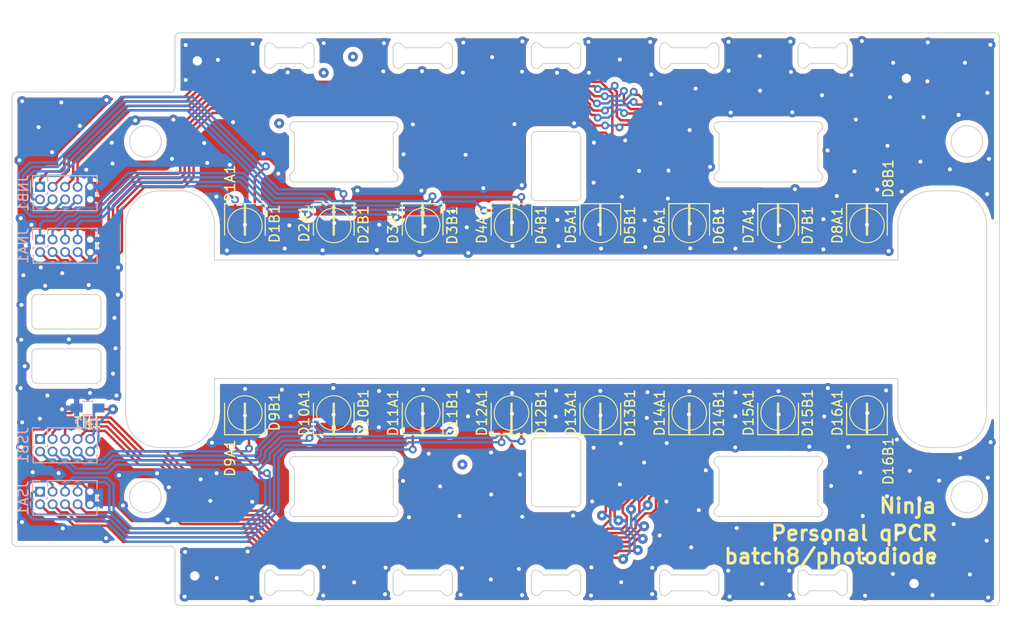
<source format=kicad_pcb>
(kicad_pcb (version 20171130) (host pcbnew "(5.1.6-0-10_14)")
  (layers (0 F.Cu signal) (31 B.Cu signal) (34 B.Paste user) (35 F.Paste user) (36 B.SilkS user) (37 F.SilkS user) (38 B.Mask user) (39 F.Mask user) (44 Edge.Cuts user))
  (net 0 "")
  (net 1 GNDA)
  (net 2 /S_PD_OUT1)
  (net 3 /S_PD_OUT2)
  (net 4 /S_PD_OUT3)
  (net 5 /S_PD_OUT4)
  (net 6 /S_PD_OUT5)
  (net 7 /S_PD_OUT6)
  (net 8 /S_PD_OUT7)
  (net 9 /S_PD_OUT8)
  (net 10 /S_PD_OUT9)
  (net 11 /S_PD_OUT10)
  (net 12 /S_PD_OUT11)
  (net 13 /S_PD_OUT12)
  (net 14 /S_PD_OUT13)
  (net 15 /S_PD_OUT14)
  (net 16 /S_PD_OUT15)
  (net 17 /S_PD_OUT16)
  (net 18 /N_PD_OUT1)
  (net 19 /N_PD_OUT2)
  (net 20 /N_PD_OUT3)
  (net 21 /N_PD_OUT4)
  (net 22 /N_PD_OUT5)
  (net 23 /N_PD_OUT6)
  (net 24 /N_PD_OUT7)
  (net 25 /N_PD_OUT8)
  (net 26 /N_PD_OUT9)
  (net 27 /N_PD_OUT10)
  (net 28 /N_PD_OUT11)
  (net 29 /N_PD_OUT12)
  (net 30 /N_PD_OUT13)
  (net 31 /N_PD_OUT14)
  (net 32 /N_PD_OUT15)
  (net 33 /N_PD_OUT16)
  (net 34 "Net-(JSB1-Pad9)")
  (net 35 "Net-(JSB1-Pad10)")
  (net 36 PD_MUX_GPIO1)
  (net 37 /GAIN_LARGE)
  (net 38 "Net-(C11-Pad1)")
  (net 39 "Net-(C13-Pad2)")
  (module Resistors_SMD:R_0603_HandSoldering (layer B.Cu) (at 90.64 109 180)
    (fp_text reference TH2 (at 0.01 -1.64) (layer B.SilkS) (effects (justify mirror)))
    (fp_text value Thermistor)
    (pad 1 smd rect (at -1.1 0 180) (size 1.2 0.9) (layers B.Cu B.Paste B.Mask) (net 34 "Net-(JSB1-Pad9)"))
    (pad 2 smd rect (at 1.1 0 180) (size 1.2 0.9) (layers B.Cu B.Paste B.Mask) (net 1 GNDA))
  )
  (module Pin_Headers:Pin_Header_Straight_2x05_Pitch1.27mm (layer B.Cu) (at 85.830204 91.928814 270)
    (fp_text reference JNA1 (at 0.635 1.695 270) (layer B.SilkS) (effects (justify mirror)))
    (fp_text value Conn_01x10_Male)
    (pad 10 thru_hole oval (at 1.27 -5.08 270) (size 1 1) (drill 0.65) (layers *.Cu *.Mask) (net 1 GNDA))
    (pad 9 thru_hole oval (at 0 -5.08 270) (size 1 1) (drill 0.65) (layers *.Cu *.Mask) (net 1 GNDA))
    (pad 8 thru_hole oval (at 1.27 -3.81 270) (size 1 1) (drill 0.65) (layers *.Cu *.Mask) (net 32 /N_PD_OUT15))
    (pad 7 thru_hole oval (at 0 -3.81 270) (size 1 1) (drill 0.65) (layers *.Cu *.Mask) (net 18 /N_PD_OUT1))
    (pad 6 thru_hole oval (at 1.27 -2.54 270) (size 1 1) (drill 0.65) (layers *.Cu *.Mask) (net 30 /N_PD_OUT13))
    (pad 5 thru_hole oval (at 0 -2.54 270) (size 1 1) (drill 0.65) (layers *.Cu *.Mask) (net 20 /N_PD_OUT3))
    (pad 4 thru_hole oval (at 1.27 -1.27 270) (size 1 1) (drill 0.65) (layers *.Cu *.Mask) (net 28 /N_PD_OUT11))
    (pad 3 thru_hole oval (at 0 -1.27 270) (size 1 1) (drill 0.65) (layers *.Cu *.Mask) (net 22 /N_PD_OUT5))
    (pad 2 thru_hole oval (at 1.27 0 270) (size 1 1) (drill 0.65) (layers *.Cu *.Mask) (net 26 /N_PD_OUT9))
    (pad 1 thru_hole rect (at 0 0 270) (size 1 1) (drill 0.65) (layers *.Cu *.Mask) (net 24 /N_PD_OUT7))
  )
  (module Diodes_SMD:D_1206 (layer F.Cu) (at 105.578789 90.498367 270)
    (fp_text reference D1A1 (at -4.258367 0.508789 270) (layer F.SilkS))
    (fp_text value D_Photo)
    (pad 1 smd rect (at -1.5 0 270) (size 1 1.6) (layers F.Cu F.Paste F.Mask) (net 18 /N_PD_OUT1))
    (pad 2 smd rect (at 1.5 0 270) (size 1 1.6) (layers F.Cu F.Paste F.Mask) (net 1 GNDA))
  )
  (module Diodes_SMD:D_1206 (layer F.Cu) (at 107.578789 90.498367 270)
    (fp_text reference D1B1 (at -0.168367 -2 270) (layer F.SilkS))
    (fp_text value D_Photo)
    (pad 2 smd rect (at 1.5 0 270) (size 1 1.6) (layers F.Cu F.Paste F.Mask) (net 1 GNDA))
    (pad 1 smd rect (at -1.5 0 270) (size 1 1.6) (layers F.Cu F.Paste F.Mask) (net 19 /N_PD_OUT2))
  )
  (module Diodes_SMD:D_1206 (layer F.Cu) (at 105.578789 109.497934 90)
    (fp_text reference D9A1 (at -4.572066 -0.508789 270) (layer F.SilkS))
    (fp_text value D_Photo)
    (pad 2 smd rect (at 1.5 0 90) (size 1 1.6) (layers F.Cu F.Paste F.Mask) (net 1 GNDA))
    (pad 1 smd rect (at -1.5 0 90) (size 1 1.6) (layers F.Cu F.Paste F.Mask) (net 2 /S_PD_OUT1))
  )
  (module Diodes_SMD:D_1206 (layer F.Cu) (at 107.578789 109.497934 90)
    (fp_text reference D9B1 (at 0.107934 2 270) (layer F.SilkS))
    (fp_text value D_Photo)
    (pad 1 smd rect (at -1.5 0 90) (size 1 1.6) (layers F.Cu F.Paste F.Mask) (net 3 /S_PD_OUT2))
    (pad 2 smd rect (at 1.5 0 90) (size 1 1.6) (layers F.Cu F.Paste F.Mask) (net 1 GNDA))
  )
  (module Diodes_SMD:D_1206 (layer F.Cu) (at 114.578789 109.497934 90)
    (fp_text reference D10A1 (at 0 -2 90) (layer F.SilkS))
    (fp_text value D_Photo)
    (pad 2 smd rect (at 1.5 0 90) (size 1 1.6) (layers F.Cu F.Paste F.Mask) (net 1 GNDA))
    (pad 1 smd rect (at -1.5 0 90) (size 1 1.6) (layers F.Cu F.Paste F.Mask) (net 4 /S_PD_OUT3))
  )
  (module Diodes_SMD:D_1206 (layer F.Cu) (at 116.578789 109.497934 90)
    (fp_text reference D10B1 (at 0 2 90) (layer F.SilkS))
    (fp_text value D_Photo)
    (pad 1 smd rect (at -1.5 0 90) (size 1 1.6) (layers F.Cu F.Paste F.Mask) (net 5 /S_PD_OUT4))
    (pad 2 smd rect (at 1.5 0 90) (size 1 1.6) (layers F.Cu F.Paste F.Mask) (net 1 GNDA))
  )
  (module Diodes_SMD:D_1206 (layer F.Cu) (at 123.578789 109.497934 90)
    (fp_text reference D11A1 (at 0 -2 90) (layer F.SilkS))
    (fp_text value D_Photo)
    (pad 2 smd rect (at 1.5 0 90) (size 1 1.6) (layers F.Cu F.Paste F.Mask) (net 1 GNDA))
    (pad 1 smd rect (at -1.5 0 90) (size 1 1.6) (layers F.Cu F.Paste F.Mask) (net 6 /S_PD_OUT5))
  )
  (module Diodes_SMD:D_1206 (layer F.Cu) (at 125.578789 109.497934 90)
    (fp_text reference D11B1 (at -0.082066 2 90) (layer F.SilkS))
    (fp_text value D_Photo)
    (pad 1 smd rect (at -1.5 0 90) (size 1 1.6) (layers F.Cu F.Paste F.Mask) (net 7 /S_PD_OUT6))
    (pad 2 smd rect (at 1.5 0 90) (size 1 1.6) (layers F.Cu F.Paste F.Mask) (net 1 GNDA))
  )
  (module Diodes_SMD:D_1206 (layer F.Cu) (at 132.578789 109.497934 90)
    (fp_text reference D12A1 (at 0 -2 90) (layer F.SilkS))
    (fp_text value D_Photo)
    (pad 2 smd rect (at 1.5 0 90) (size 1 1.6) (layers F.Cu F.Paste F.Mask) (net 1 GNDA))
    (pad 1 smd rect (at -1.5 0 90) (size 1 1.6) (layers F.Cu F.Paste F.Mask) (net 8 /S_PD_OUT7))
  )
  (module Diodes_SMD:D_1206 (layer F.Cu) (at 134.578789 109.497934 90)
    (fp_text reference D12B1 (at 0 2 90) (layer F.SilkS))
    (fp_text value D_Photo)
    (pad 1 smd rect (at -1.5 0 90) (size 1 1.6) (layers F.Cu F.Paste F.Mask) (net 9 /S_PD_OUT8))
    (pad 2 smd rect (at 1.5 0 90) (size 1 1.6) (layers F.Cu F.Paste F.Mask) (net 1 GNDA))
  )
  (module Diodes_SMD:D_1206 (layer F.Cu) (at 141.578789 109.497934 90)
    (fp_text reference D13A1 (at 0 -2 90) (layer F.SilkS))
    (fp_text value D_Photo)
    (pad 1 smd rect (at -1.5 0 90) (size 1 1.6) (layers F.Cu F.Paste F.Mask) (net 10 /S_PD_OUT9))
    (pad 2 smd rect (at 1.5 0 90) (size 1 1.6) (layers F.Cu F.Paste F.Mask) (net 1 GNDA))
  )
  (module Diodes_SMD:D_1206 (layer F.Cu) (at 143.578789 109.497934 90)
    (fp_text reference D13B1 (at 0 2 90) (layer F.SilkS))
    (fp_text value D_Photo)
    (pad 2 smd rect (at 1.5 0 90) (size 1 1.6) (layers F.Cu F.Paste F.Mask) (net 1 GNDA))
    (pad 1 smd rect (at -1.5 0 90) (size 1 1.6) (layers F.Cu F.Paste F.Mask) (net 11 /S_PD_OUT10))
  )
  (module Diodes_SMD:D_1206 (layer F.Cu) (at 150.578789 109.497934 90)
    (fp_text reference D14A1 (at 0 -2 90) (layer F.SilkS))
    (fp_text value D_Photo)
    (pad 1 smd rect (at -1.5 0 90) (size 1 1.6) (layers F.Cu F.Paste F.Mask) (net 12 /S_PD_OUT11))
    (pad 2 smd rect (at 1.5 0 90) (size 1 1.6) (layers F.Cu F.Paste F.Mask) (net 1 GNDA))
  )
  (module Diodes_SMD:D_1206 (layer F.Cu) (at 152.578789 109.497934 90)
    (fp_text reference D14B1 (at 0 2 90) (layer F.SilkS))
    (fp_text value D_Photo)
    (pad 2 smd rect (at 1.5 0 90) (size 1 1.6) (layers F.Cu F.Paste F.Mask) (net 1 GNDA))
    (pad 1 smd rect (at -1.5 0 90) (size 1 1.6) (layers F.Cu F.Paste F.Mask) (net 13 /S_PD_OUT12))
  )
  (module Diodes_SMD:D_1206 (layer F.Cu) (at 159.578789 109.497934 90)
    (fp_text reference D15A1 (at 0 -2 90) (layer F.SilkS))
    (fp_text value D_Photo)
    (pad 1 smd rect (at -1.5 0 90) (size 1 1.6) (layers F.Cu F.Paste F.Mask) (net 14 /S_PD_OUT13))
    (pad 2 smd rect (at 1.5 0 90) (size 1 1.6) (layers F.Cu F.Paste F.Mask) (net 1 GNDA))
  )
  (module Diodes_SMD:D_1206 (layer F.Cu) (at 161.578789 109.497934 90)
    (fp_text reference D15B1 (at 0 2 90) (layer F.SilkS))
    (fp_text value D_Photo)
    (pad 2 smd rect (at 1.5 0 90) (size 1 1.6) (layers F.Cu F.Paste F.Mask) (net 1 GNDA))
    (pad 1 smd rect (at -1.5 0 90) (size 1 1.6) (layers F.Cu F.Paste F.Mask) (net 15 /S_PD_OUT14))
  )
  (module Diodes_SMD:D_1206 (layer F.Cu) (at 168.578789 109.497934 90)
    (fp_text reference D16A1 (at 0 -2 90) (layer F.SilkS))
    (fp_text value D_Photo)
    (pad 1 smd rect (at -1.5 0 90) (size 1 1.6) (layers F.Cu F.Paste F.Mask) (net 16 /S_PD_OUT15))
    (pad 2 smd rect (at 1.5 0 90) (size 1 1.6) (layers F.Cu F.Paste F.Mask) (net 1 GNDA))
  )
  (module Diodes_SMD:D_1206 (layer F.Cu) (at 170.578789 109.497934 90)
    (fp_text reference D16B1 (at -4.862066 1.161211 90) (layer F.SilkS))
    (fp_text value D_Photo)
    (pad 2 smd rect (at 1.5 0 90) (size 1 1.6) (layers F.Cu F.Paste F.Mask) (net 1 GNDA))
    (pad 1 smd rect (at -1.5 0 90) (size 1 1.6) (layers F.Cu F.Paste F.Mask) (net 17 /S_PD_OUT16))
  )
  (module Diodes_SMD:D_1206 (layer F.Cu) (at 114.578789 90.498367 270)
    (fp_text reference D2A1 (at -0.168367 2 90) (layer F.SilkS))
    (fp_text value D_Photo)
    (pad 1 smd rect (at -1.5 0 270) (size 1 1.6) (layers F.Cu F.Paste F.Mask) (net 20 /N_PD_OUT3))
    (pad 2 smd rect (at 1.5 0 270) (size 1 1.6) (layers F.Cu F.Paste F.Mask) (net 1 GNDA))
  )
  (module Diodes_SMD:D_1206 (layer F.Cu) (at 116.578789 90.498367 270)
    (fp_text reference D2B1 (at -0.058367 -2 90) (layer F.SilkS))
    (fp_text value D_Photo)
    (pad 2 smd rect (at 1.5 0 270) (size 1 1.6) (layers F.Cu F.Paste F.Mask) (net 1 GNDA))
    (pad 1 smd rect (at -1.5 0 270) (size 1 1.6) (layers F.Cu F.Paste F.Mask) (net 21 /N_PD_OUT4))
  )
  (module Diodes_SMD:D_1206 (layer F.Cu) (at 123.578789 90.498367 270)
    (fp_text reference D3A1 (at 0 2 90) (layer F.SilkS))
    (fp_text value D_Photo)
    (pad 1 smd rect (at -1.5 0 270) (size 1 1.6) (layers F.Cu F.Paste F.Mask) (net 22 /N_PD_OUT5))
    (pad 2 smd rect (at 1.5 0 270) (size 1 1.6) (layers F.Cu F.Paste F.Mask) (net 1 GNDA))
  )
  (module Diodes_SMD:D_1206 (layer F.Cu) (at 125.578789 90.498367 270)
    (fp_text reference D3B1 (at 0 -2 90) (layer F.SilkS))
    (fp_text value D_Photo)
    (pad 2 smd rect (at 1.5 0 270) (size 1 1.6) (layers F.Cu F.Paste F.Mask) (net 1 GNDA))
    (pad 1 smd rect (at -1.5 0 270) (size 1 1.6) (layers F.Cu F.Paste F.Mask) (net 23 /N_PD_OUT6))
  )
  (module Diodes_SMD:D_1206 (layer F.Cu) (at 132.578789 90.498367 270)
    (fp_text reference D4A1 (at 0 2 90) (layer F.SilkS))
    (fp_text value D_Photo)
    (pad 1 smd rect (at -1.5 0 270) (size 1 1.6) (layers F.Cu F.Paste F.Mask) (net 24 /N_PD_OUT7))
    (pad 2 smd rect (at 1.5 0 270) (size 1 1.6) (layers F.Cu F.Paste F.Mask) (net 1 GNDA))
  )
  (module Diodes_SMD:D_1206 (layer F.Cu) (at 134.578789 90.498367 270)
    (fp_text reference D4B1 (at 0 -2 90) (layer F.SilkS))
    (fp_text value D_Photo)
    (pad 2 smd rect (at 1.5 0 270) (size 1 1.6) (layers F.Cu F.Paste F.Mask) (net 1 GNDA))
    (pad 1 smd rect (at -1.5 0 270) (size 1 1.6) (layers F.Cu F.Paste F.Mask) (net 25 /N_PD_OUT8))
  )
  (module Diodes_SMD:D_1206 (layer F.Cu) (at 141.578789 90.498367 270)
    (fp_text reference D5A1 (at 0 2 90) (layer F.SilkS))
    (fp_text value D_Photo)
    (pad 2 smd rect (at 1.5 0 270) (size 1 1.6) (layers F.Cu F.Paste F.Mask) (net 1 GNDA))
    (pad 1 smd rect (at -1.5 0 270) (size 1 1.6) (layers F.Cu F.Paste F.Mask) (net 26 /N_PD_OUT9))
  )
  (module Diodes_SMD:D_1206 (layer F.Cu) (at 143.578789 90.498367 270)
    (fp_text reference D5B1 (at 0 -2 90) (layer F.SilkS))
    (fp_text value D_Photo)
    (pad 1 smd rect (at -1.5 0 270) (size 1 1.6) (layers F.Cu F.Paste F.Mask) (net 27 /N_PD_OUT10))
    (pad 2 smd rect (at 1.5 0 270) (size 1 1.6) (layers F.Cu F.Paste F.Mask) (net 1 GNDA))
  )
  (module Diodes_SMD:D_1206 (layer F.Cu) (at 150.578789 90.498367 270)
    (fp_text reference D6A1 (at 0 2 90) (layer F.SilkS))
    (fp_text value D_Photo)
    (pad 2 smd rect (at 1.5 0 270) (size 1 1.6) (layers F.Cu F.Paste F.Mask) (net 1 GNDA))
    (pad 1 smd rect (at -1.5 0 270) (size 1 1.6) (layers F.Cu F.Paste F.Mask) (net 28 /N_PD_OUT11))
  )
  (module Diodes_SMD:D_1206 (layer F.Cu) (at 152.578789 90.498367 270)
    (fp_text reference D6B1 (at 0 -2 90) (layer F.SilkS))
    (fp_text value D_Photo)
    (pad 1 smd rect (at -1.5 0 270) (size 1 1.6) (layers F.Cu F.Paste F.Mask) (net 29 /N_PD_OUT12))
    (pad 2 smd rect (at 1.5 0 270) (size 1 1.6) (layers F.Cu F.Paste F.Mask) (net 1 GNDA))
  )
  (module Diodes_SMD:D_1206 (layer F.Cu) (at 159.578789 90.498367 270)
    (fp_text reference D7A1 (at 0 2 90) (layer F.SilkS))
    (fp_text value D_Photo)
    (pad 2 smd rect (at 1.5 0 270) (size 1 1.6) (layers F.Cu F.Paste F.Mask) (net 1 GNDA))
    (pad 1 smd rect (at -1.5 0 270) (size 1 1.6) (layers F.Cu F.Paste F.Mask) (net 30 /N_PD_OUT13))
  )
  (module Diodes_SMD:D_1206 (layer F.Cu) (at 161.578789 90.498367 270)
    (fp_text reference D7B1 (at 0 -2 90) (layer F.SilkS))
    (fp_text value D_Photo)
    (pad 1 smd rect (at -1.5 0 270) (size 1 1.6) (layers F.Cu F.Paste F.Mask) (net 31 /N_PD_OUT14))
    (pad 2 smd rect (at 1.5 0 270) (size 1 1.6) (layers F.Cu F.Paste F.Mask) (net 1 GNDA))
  )
  (module Diodes_SMD:D_1206 (layer F.Cu) (at 168.578789 90.498367 270)
    (fp_text reference D8A1 (at 0 2 90) (layer F.SilkS))
    (fp_text value D_Photo)
    (pad 2 smd rect (at 1.5 0 270) (size 1 1.6) (layers F.Cu F.Paste F.Mask) (net 1 GNDA))
    (pad 1 smd rect (at -1.5 0 270) (size 1 1.6) (layers F.Cu F.Paste F.Mask) (net 32 /N_PD_OUT15))
  )
  (module Diodes_SMD:D_1206 (layer F.Cu) (at 170.578789 90.498367 270)
    (fp_text reference D8B1 (at -4.738367 -1.161211 90) (layer F.SilkS))
    (fp_text value D_Photo)
    (pad 1 smd rect (at -1.5 0 270) (size 1 1.6) (layers F.Cu F.Paste F.Mask) (net 33 /N_PD_OUT16))
    (pad 2 smd rect (at 1.5 0 270) (size 1 1.6) (layers F.Cu F.Paste F.Mask) (net 1 GNDA))
  )
  (module Pin_Headers:Pin_Header_Straight_2x05_Pitch1.27mm (layer B.Cu) (at 85.830204 117.468814 270)
    (fp_text reference JSA1 (at 0.635 1.695 270) (layer B.SilkS) (effects (justify mirror)))
    (fp_text value Conn_01x10_Male)
    (pad 10 thru_hole oval (at 1.27 -5.08 270) (size 1 1) (drill 0.65) (layers *.Cu *.Mask) (net 1 GNDA))
    (pad 9 thru_hole oval (at 0 -5.08 270) (size 1 1) (drill 0.65) (layers *.Cu *.Mask) (net 1 GNDA))
    (pad 8 thru_hole oval (at 1.27 -3.81 270) (size 1 1) (drill 0.65) (layers *.Cu *.Mask) (net 16 /S_PD_OUT15))
    (pad 7 thru_hole oval (at 0 -3.81 270) (size 1 1) (drill 0.65) (layers *.Cu *.Mask) (net 2 /S_PD_OUT1))
    (pad 6 thru_hole oval (at 1.27 -2.54 270) (size 1 1) (drill 0.65) (layers *.Cu *.Mask) (net 14 /S_PD_OUT13))
    (pad 5 thru_hole oval (at 0 -2.54 270) (size 1 1) (drill 0.65) (layers *.Cu *.Mask) (net 4 /S_PD_OUT3))
    (pad 4 thru_hole oval (at 1.27 -1.27 270) (size 1 1) (drill 0.65) (layers *.Cu *.Mask) (net 12 /S_PD_OUT11))
    (pad 3 thru_hole oval (at 0 -1.27 270) (size 1 1) (drill 0.65) (layers *.Cu *.Mask) (net 6 /S_PD_OUT5))
    (pad 2 thru_hole oval (at 1.27 0 270) (size 1 1) (drill 0.65) (layers *.Cu *.Mask) (net 10 /S_PD_OUT9))
    (pad 1 thru_hole rect (at 0 0 270) (size 1 1) (drill 0.65) (layers *.Cu *.Mask) (net 8 /S_PD_OUT7))
  )
  (module Pin_Headers:Pin_Header_Straight_2x05_Pitch1.27mm (layer B.Cu) (at 85.830204 112.134814 270)
    (fp_text reference JSB1 (at 0.635 1.695 270) (layer B.SilkS) (effects (justify mirror)))
    (fp_text value Conn_01x10_Male)
    (pad 1 thru_hole rect (at 0 0 270) (size 1 1) (drill 0.65) (layers *.Cu *.Mask) (net 11 /S_PD_OUT10))
    (pad 2 thru_hole oval (at 1.27 0 270) (size 1 1) (drill 0.65) (layers *.Cu *.Mask) (net 9 /S_PD_OUT8))
    (pad 3 thru_hole oval (at 0 -1.27 270) (size 1 1) (drill 0.65) (layers *.Cu *.Mask) (net 13 /S_PD_OUT12))
    (pad 4 thru_hole oval (at 1.27 -1.27 270) (size 1 1) (drill 0.65) (layers *.Cu *.Mask) (net 7 /S_PD_OUT6))
    (pad 5 thru_hole oval (at 0 -2.54 270) (size 1 1) (drill 0.65) (layers *.Cu *.Mask) (net 15 /S_PD_OUT14))
    (pad 6 thru_hole oval (at 1.27 -2.54 270) (size 1 1) (drill 0.65) (layers *.Cu *.Mask) (net 5 /S_PD_OUT4))
    (pad 7 thru_hole oval (at 0 -3.81 270) (size 1 1) (drill 0.65) (layers *.Cu *.Mask) (net 17 /S_PD_OUT16))
    (pad 8 thru_hole oval (at 1.27 -3.81 270) (size 1 1) (drill 0.65) (layers *.Cu *.Mask) (net 3 /S_PD_OUT2))
    (pad 9 thru_hole oval (at 0 -5.08 270) (size 1 1) (drill 0.65) (layers *.Cu *.Mask) (net 34 "Net-(JSB1-Pad9)"))
    (pad 10 thru_hole oval (at 1.27 -5.08 270) (size 1 1) (drill 0.65) (layers *.Cu *.Mask) (net 35 "Net-(JSB1-Pad10)"))
  )
  (module Pin_Headers:Pin_Header_Straight_2x05_Pitch1.27mm (layer B.Cu) (at 85.830204 86.594814 270)
    (fp_text reference JNB1 (at 0.635 1.695 270) (layer B.SilkS) (effects (justify mirror)))
    (fp_text value Conn_01x10_Male)
    (pad 1 thru_hole rect (at 0 0 270) (size 1 1) (drill 0.65) (layers *.Cu *.Mask) (net 27 /N_PD_OUT10))
    (pad 2 thru_hole oval (at 1.27 0 270) (size 1 1) (drill 0.65) (layers *.Cu *.Mask) (net 25 /N_PD_OUT8))
    (pad 3 thru_hole oval (at 0 -1.27 270) (size 1 1) (drill 0.65) (layers *.Cu *.Mask) (net 29 /N_PD_OUT12))
    (pad 4 thru_hole oval (at 1.27 -1.27 270) (size 1 1) (drill 0.65) (layers *.Cu *.Mask) (net 23 /N_PD_OUT6))
    (pad 5 thru_hole oval (at 0 -2.54 270) (size 1 1) (drill 0.65) (layers *.Cu *.Mask) (net 31 /N_PD_OUT14))
    (pad 6 thru_hole oval (at 1.27 -2.54 270) (size 1 1) (drill 0.65) (layers *.Cu *.Mask) (net 21 /N_PD_OUT4))
    (pad 7 thru_hole oval (at 0 -3.81 270) (size 1 1) (drill 0.65) (layers *.Cu *.Mask) (net 33 /N_PD_OUT16))
    (pad 8 thru_hole oval (at 1.27 -3.81 270) (size 1 1) (drill 0.65) (layers *.Cu *.Mask) (net 19 /N_PD_OUT2))
    (pad 9 thru_hole oval (at 0 -5.08 270) (size 1 1) (drill 0.65) (layers *.Cu *.Mask) (net 1 GNDA))
    (pad 10 thru_hole oval (at 1.27 -5.08 270) (size 1 1) (drill 0.65) (layers *.Cu *.Mask) (net 1 GNDA))
  )
  (module Resistors_SMD:R_0603_HandSoldering (layer F.Cu) (at 90.64 109 180)
    (fp_text reference TH1 (at 0 -1.45) (layer F.SilkS))
    (fp_text value Thermistor)
    (pad 2 smd rect (at 1.1 0 180) (size 1.2 0.9) (layers F.Cu F.Paste F.Mask) (net 1 GNDA))
    (pad 1 smd rect (at -1.1 0 180) (size 1.2 0.9) (layers F.Cu F.Paste F.Mask) (net 35 "Net-(JSB1-Pad10)"))
  )
  (gr_line (start 92 103.5) (end 92 106) (layer Edge.Cuts) (width 0.1))
  (gr_arc (start 91.5 106) (end 91.5 106.5) (angle -90) (layer Edge.Cuts) (width 0.1))
  (gr_arc (start 85.5 106) (end 85 106) (angle -90) (layer Edge.Cuts) (width 0.1))
  (gr_arc (start 85.5 103.5) (end 85.5 103) (angle -90) (layer Edge.Cuts) (width 0.1))
  (gr_line (start 85 103.5) (end 85 106) (layer Edge.Cuts) (width 0.1))
  (gr_line (start 85.5 106.5) (end 91.5 106.5) (layer Edge.Cuts) (width 0.1))
  (gr_line (start 85.5 103) (end 91.5 103) (layer Edge.Cuts) (width 0.1))
  (gr_arc (start 91.5 103.5) (end 92 103.5) (angle -90) (layer Edge.Cuts) (width 0.1))
  (gr_line (start 85.5 101) (end 91.5 101) (layer Edge.Cuts) (width 0.1))
  (gr_arc (start 85.5 100.5) (end 85 100.5) (angle -90) (layer Edge.Cuts) (width 0.1))
  (gr_arc (start 91.5 100.5) (end 91.5 101) (angle -90) (layer Edge.Cuts) (width 0.1))
  (gr_line (start 92 98) (end 92 100.5) (layer Edge.Cuts) (width 0.1))
  (gr_line (start 85 98) (end 85 100.5) (layer Edge.Cuts) (width 0.1))
  (gr_arc (start 85.5 98) (end 85.5 97.5) (angle -90) (layer Edge.Cuts) (width 0.1))
  (gr_arc (start 91.5 98) (end 92 98) (angle -90) (layer Edge.Cuts) (width 0.1))
  (gr_line (start 85.5 97.5) (end 91.5 97.5) (layer Edge.Cuts) (width 0.1))
  (gr_text batch8/photodiode (at 165.94 124.02) (layer F.SilkS) (effects (font (size 1.5 1.5) (thickness 0.3))))
  (gr_text "Personal qPCR" (at 168.28 121.68) (layer F.SilkS) (effects (font (size 1.5 1.5) (thickness 0.3))))
  (gr_text Ninja (at 173.72 118.9) (layer F.SilkS) (effects (font (size 1.5 1.5) (thickness 0.3))))
  (gr_line (start 140.6 112.5) (end 140.6 118.5) (layer Edge.Cuts) (width 0.1))
  (gr_line (start 135.6 112.5) (end 135.6 118.5) (layer Edge.Cuts) (width 0.1))
  (gr_line (start 140.1 119) (end 136.1 119) (layer Edge.Cuts) (width 0.1))
  (gr_arc (start 136.1 118.5) (end 135.6 118.5) (angle -90) (layer Edge.Cuts) (width 0.1))
  (gr_arc (start 140.1 118.5) (end 140.1 119) (angle -90) (layer Edge.Cuts) (width 0.1))
  (gr_line (start 136.1 112) (end 140.1 112) (layer Edge.Cuts) (width 0.1))
  (gr_arc (start 140.1 112.5) (end 140.6 112.5) (angle -90) (layer Edge.Cuts) (width 0.1))
  (gr_arc (start 136.1 112.5) (end 136.1 112) (angle -90) (layer Edge.Cuts) (width 0.1))
  (gr_line (start 135.6 81.5) (end 135.6 87.5) (layer Edge.Cuts) (width 0.1))
  (gr_line (start 140.6 81.5) (end 140.6 87.5) (layer Edge.Cuts) (width 0.1))
  (gr_line (start 136.1 81) (end 140.1 81) (layer Edge.Cuts) (width 0.1))
  (gr_arc (start 140.1 81.5) (end 140.6 81.5) (angle -90) (layer Edge.Cuts) (width 0.1))
  (gr_arc (start 136.1 81.5) (end 136.1 81) (angle -90) (layer Edge.Cuts) (width 0.1))
  (gr_arc (start 136.1 87.5) (end 135.6 87.5) (angle -90) (layer Edge.Cuts) (width 0.1))
  (gr_arc (start 140.1 87.5) (end 140.1 88) (angle -90) (layer Edge.Cuts) (width 0.1))
  (gr_line (start 140.1 88) (end 136.1 88) (layer Edge.Cuts) (width 0.1))
  (gr_line (start 121.60095 80.001749) (end 111.60095 80.001749) (layer Edge.Cuts) (width 0.1))
  (gr_line (start 111.60095 86.101749) (end 121.60095 86.101749) (layer Edge.Cuts) (width 0.1))
  (gr_arc (start 83.5 77.5) (end 83.5 77) (angle -90) (layer Edge.Cuts) (width 0.1))
  (gr_line (start 154.60095 86.101749) (end 164.60095 86.101749) (layer Edge.Cuts) (width 0.1))
  (gr_arc (start 154.60095 85.601749) (end 154.247396 85.248195) (angle -135) (layer Edge.Cuts) (width 0.1))
  (gr_line (start 154.60095 84.894642) (end 154.247396 85.248195) (layer Edge.Cuts) (width 0.1))
  (gr_line (start 154.60095 81.208855) (end 154.60095 84.894642) (layer Edge.Cuts) (width 0.1))
  (gr_line (start 154.247396 80.855302) (end 154.60095 81.208855) (layer Edge.Cuts) (width 0.1))
  (gr_arc (start 154.60095 80.501749) (end 154.60095 80.001749) (angle -135) (layer Edge.Cuts) (width 0.1))
  (gr_arc (start 136.08595 72.501749) (end 136.439503 72.148195) (angle -135) (layer Edge.Cuts) (width 0.1))
  (gr_line (start 136.793056 72.501749) (end 136.439503 72.148195) (layer Edge.Cuts) (width 0.1))
  (gr_arc (start 167.08595 74.101749) (end 166.732396 74.455302) (angle -135) (layer Edge.Cuts) (width 0.1))
  (gr_arc (start 167.08595 72.501749) (end 167.58595 72.501749) (angle -135) (layer Edge.Cuts) (width 0.1))
  (gr_line (start 166.732396 72.148195) (end 166.378843 72.501749) (layer Edge.Cuts) (width 0.1))
  (gr_line (start 166.378843 74.101749) (end 166.732396 74.455302) (layer Edge.Cuts) (width 0.1))
  (gr_arc (start 127.08595 72.501749) (end 127.58595 72.501749) (angle -135) (layer Edge.Cuts) (width 0.1))
  (gr_line (start 127.58595 74.101749) (end 127.58595 72.501749) (layer Edge.Cuts) (width 0.1))
  (gr_line (start 166.378843 72.501749) (end 163.793056 72.501749) (layer Edge.Cuts) (width 0.1))
  (gr_line (start 112.378843 74.101749) (end 112.732396 74.455302) (layer Edge.Cuts) (width 0.1))
  (gr_line (start 109.793056 74.101749) (end 112.378843 74.101749) (layer Edge.Cuts) (width 0.1))
  (gr_line (start 109.439503 74.455302) (end 109.793056 74.101749) (layer Edge.Cuts) (width 0.1))
  (gr_arc (start 163.08595 72.501749) (end 163.439503 72.148195) (angle -135) (layer Edge.Cuts) (width 0.1))
  (gr_line (start 163.793056 72.501749) (end 163.439503 72.148195) (layer Edge.Cuts) (width 0.1))
  (gr_line (start 167.58595 74.101749) (end 167.58595 72.501749) (layer Edge.Cuts) (width 0.1))
  (gr_arc (start 113.08595 72.501749) (end 113.58595 72.501749) (angle -135) (layer Edge.Cuts) (width 0.1))
  (gr_line (start 113.58595 74.101749) (end 113.58595 72.501749) (layer Edge.Cuts) (width 0.1))
  (gr_arc (start 113.08595 74.101749) (end 112.732396 74.455302) (angle -135) (layer Edge.Cuts) (width 0.1))
  (gr_line (start 126.378843 72.501749) (end 122.793056 72.501749) (layer Edge.Cuts) (width 0.1))
  (gr_line (start 126.732396 72.148195) (end 126.378843 72.501749) (layer Edge.Cuts) (width 0.1))
  (gr_arc (start 164.60095 80.501749) (end 164.954503 80.855302) (angle -135) (layer Edge.Cuts) (width 0.1))
  (gr_line (start 164.60095 81.208855) (end 164.954503 80.855302) (layer Edge.Cuts) (width 0.1))
  (gr_line (start 122.793056 74.101749) (end 126.378843 74.101749) (layer Edge.Cuts) (width 0.1))
  (gr_line (start 122.439503 74.455302) (end 122.793056 74.101749) (layer Edge.Cuts) (width 0.1))
  (gr_line (start 109.793056 72.501749) (end 109.439503 72.148195) (layer Edge.Cuts) (width 0.1))
  (gr_line (start 112.378843 72.501749) (end 109.793056 72.501749) (layer Edge.Cuts) (width 0.1))
  (gr_line (start 112.732396 72.148195) (end 112.378843 72.501749) (layer Edge.Cuts) (width 0.1))
  (gr_line (start 121.954503 85.248195) (end 121.60095 84.894642) (layer Edge.Cuts) (width 0.1))
  (gr_arc (start 121.60095 85.601749) (end 121.60095 86.101749) (angle -135) (layer Edge.Cuts) (width 0.1))
  (gr_arc (start 149.08595 74.101749) (end 148.58595 74.101749) (angle -135) (layer Edge.Cuts) (width 0.1))
  (gr_arc (start 109.08595 72.501749) (end 109.439503 72.148195) (angle -135) (layer Edge.Cuts) (width 0.1))
  (gr_line (start 164.60095 84.894642) (end 164.60095 81.208855) (layer Edge.Cuts) (width 0.1))
  (gr_line (start 164.954503 85.248195) (end 164.60095 84.894642) (layer Edge.Cuts) (width 0.1))
  (gr_arc (start 164.60095 85.601749) (end 164.60095 86.101749) (angle -135) (layer Edge.Cuts) (width 0.1))
  (gr_arc (start 163.08595 74.101749) (end 162.58595 74.101749) (angle -135) (layer Edge.Cuts) (width 0.1))
  (gr_arc (start 121.60095 80.501749) (end 121.954503 80.855302) (angle -135) (layer Edge.Cuts) (width 0.1))
  (gr_line (start 121.60095 81.208855) (end 121.954503 80.855302) (layer Edge.Cuts) (width 0.1))
  (gr_line (start 121.60095 84.894642) (end 121.60095 81.208855) (layer Edge.Cuts) (width 0.1))
  (gr_line (start 162.58595 72.501749) (end 162.58595 74.101749) (layer Edge.Cuts) (width 0.1))
  (gr_arc (start 109.08595 74.101749) (end 108.58595 74.101749) (angle -135) (layer Edge.Cuts) (width 0.1))
  (gr_line (start 108.58595 72.501749) (end 108.58595 74.101749) (layer Edge.Cuts) (width 0.1))
  (gr_arc (start 154.08595 72.501749) (end 154.58595 72.501749) (angle -135) (layer Edge.Cuts) (width 0.1))
  (gr_arc (start 154.08595 74.101749) (end 153.732396 74.455302) (angle -135) (layer Edge.Cuts) (width 0.1))
  (gr_line (start 153.732396 72.148195) (end 153.378843 72.501749) (layer Edge.Cuts) (width 0.1))
  (gr_line (start 163.439503 74.455302) (end 163.793056 74.101749) (layer Edge.Cuts) (width 0.1))
  (gr_arc (start 140.08595 74.101749) (end 139.732396 74.455302) (angle -135) (layer Edge.Cuts) (width 0.1))
  (gr_line (start 139.378843 74.101749) (end 139.732396 74.455302) (layer Edge.Cuts) (width 0.1))
  (gr_line (start 136.793056 74.101749) (end 139.378843 74.101749) (layer Edge.Cuts) (width 0.1))
  (gr_line (start 136.439503 74.455302) (end 136.793056 74.101749) (layer Edge.Cuts) (width 0.1))
  (gr_arc (start 122.08595 74.101749) (end 121.58595 74.101749) (angle -135) (layer Edge.Cuts) (width 0.1))
  (gr_line (start 121.58595 72.501749) (end 121.58595 74.101749) (layer Edge.Cuts) (width 0.1))
  (gr_line (start 148.58595 72.501749) (end 148.58595 74.101749) (layer Edge.Cuts) (width 0.1))
  (gr_line (start 139.378843 72.501749) (end 136.793056 72.501749) (layer Edge.Cuts) (width 0.1))
  (gr_line (start 139.732396 72.148195) (end 139.378843 72.501749) (layer Edge.Cuts) (width 0.1))
  (gr_arc (start 122.08595 72.501749) (end 122.439503 72.148195) (angle -135) (layer Edge.Cuts) (width 0.1))
  (gr_line (start 122.793056 72.501749) (end 122.439503 72.148195) (layer Edge.Cuts) (width 0.1))
  (gr_arc (start 136.08595 74.101749) (end 135.58595 74.101749) (angle -135) (layer Edge.Cuts) (width 0.1))
  (gr_line (start 135.58595 72.501749) (end 135.58595 74.101749) (layer Edge.Cuts) (width 0.1))
  (gr_line (start 163.793056 74.101749) (end 166.378843 74.101749) (layer Edge.Cuts) (width 0.1))
  (gr_line (start 149.439503 74.455302) (end 149.793056 74.101749) (layer Edge.Cuts) (width 0.1))
  (gr_line (start 153.378843 74.101749) (end 153.732396 74.455302) (layer Edge.Cuts) (width 0.1))
  (gr_line (start 153.378843 72.501749) (end 149.793056 72.501749) (layer Edge.Cuts) (width 0.1))
  (gr_line (start 149.793056 74.101749) (end 153.378843 74.101749) (layer Edge.Cuts) (width 0.1))
  (gr_line (start 154.58595 74.101749) (end 154.58595 72.501749) (layer Edge.Cuts) (width 0.1))
  (gr_arc (start 127.08595 74.101749) (end 126.732396 74.455302) (angle -135) (layer Edge.Cuts) (width 0.1))
  (gr_line (start 126.378843 74.101749) (end 126.732396 74.455302) (layer Edge.Cuts) (width 0.1))
  (gr_line (start 149.793056 72.501749) (end 149.439503 72.148195) (layer Edge.Cuts) (width 0.1))
  (gr_line (start 111.247396 80.855302) (end 111.60095 81.208855) (layer Edge.Cuts) (width 0.1))
  (gr_arc (start 111.60095 80.501749) (end 111.60095 80.001749) (angle -135) (layer Edge.Cuts) (width 0.1))
  (gr_arc (start 140.08595 72.501749) (end 140.58595 72.501749) (angle -135) (layer Edge.Cuts) (width 0.1))
  (gr_line (start 140.58595 74.101749) (end 140.58595 72.501749) (layer Edge.Cuts) (width 0.1))
  (gr_arc (start 149.08595 72.501749) (end 149.439503 72.148195) (angle -135) (layer Edge.Cuts) (width 0.1))
  (gr_line (start 164.60095 80.001749) (end 154.60095 80.001749) (layer Edge.Cuts) (width 0.1))
  (gr_arc (start 111.60095 85.601749) (end 111.247396 85.248195) (angle -135) (layer Edge.Cuts) (width 0.1))
  (gr_line (start 111.60095 84.894642) (end 111.247396 85.248195) (layer Edge.Cuts) (width 0.1))
  (gr_line (start 111.60095 81.208855) (end 111.60095 84.894642) (layer Edge.Cuts) (width 0.1))
  (gr_line (start 154.60095 113.898251) (end 164.60095 113.898251) (layer Edge.Cuts) (width 0.1))
  (gr_arc (start 154.60095 114.398251) (end 154.247396 114.751805) (angle 135) (layer Edge.Cuts) (width 0.1))
  (gr_line (start 154.60095 115.105358) (end 154.247396 114.751805) (layer Edge.Cuts) (width 0.1))
  (gr_line (start 154.60095 118.791145) (end 154.60095 115.105358) (layer Edge.Cuts) (width 0.1))
  (gr_line (start 154.247396 119.144698) (end 154.60095 118.791145) (layer Edge.Cuts) (width 0.1))
  (gr_arc (start 154.60095 119.498251) (end 154.60095 119.998251) (angle 135) (layer Edge.Cuts) (width 0.1))
  (gr_arc (start 136.08595 127.498251) (end 136.439503 127.851805) (angle 135) (layer Edge.Cuts) (width 0.1))
  (gr_line (start 136.793056 127.498251) (end 136.439503 127.851805) (layer Edge.Cuts) (width 0.1))
  (gr_arc (start 167.08595 125.898251) (end 166.732396 125.544698) (angle 135) (layer Edge.Cuts) (width 0.1))
  (gr_arc (start 167.08595 127.498251) (end 167.58595 127.498251) (angle 135) (layer Edge.Cuts) (width 0.1))
  (gr_line (start 166.732396 127.851805) (end 166.378843 127.498251) (layer Edge.Cuts) (width 0.1))
  (gr_line (start 166.378843 125.898251) (end 166.732396 125.544698) (layer Edge.Cuts) (width 0.1))
  (gr_arc (start 127.08595 127.498251) (end 127.58595 127.498251) (angle 135) (layer Edge.Cuts) (width 0.1))
  (gr_line (start 127.58595 125.898251) (end 127.58595 127.498251) (layer Edge.Cuts) (width 0.1))
  (gr_line (start 166.378843 127.498251) (end 163.793056 127.498251) (layer Edge.Cuts) (width 0.1))
  (gr_line (start 112.378843 125.898251) (end 112.732396 125.544698) (layer Edge.Cuts) (width 0.1))
  (gr_line (start 109.793056 125.898251) (end 112.378843 125.898251) (layer Edge.Cuts) (width 0.1))
  (gr_line (start 109.439503 125.544698) (end 109.793056 125.898251) (layer Edge.Cuts) (width 0.1))
  (gr_arc (start 163.08595 127.498251) (end 163.439503 127.851805) (angle 135) (layer Edge.Cuts) (width 0.1))
  (gr_line (start 163.793056 127.498251) (end 163.439503 127.851805) (layer Edge.Cuts) (width 0.1))
  (gr_line (start 167.58595 125.898251) (end 167.58595 127.498251) (layer Edge.Cuts) (width 0.1))
  (gr_arc (start 113.08595 127.498251) (end 113.58595 127.498251) (angle 135) (layer Edge.Cuts) (width 0.1))
  (gr_line (start 113.58595 125.898251) (end 113.58595 127.498251) (layer Edge.Cuts) (width 0.1))
  (gr_arc (start 113.08595 125.898251) (end 112.732396 125.544698) (angle 135) (layer Edge.Cuts) (width 0.1))
  (gr_line (start 126.378843 127.498251) (end 122.793056 127.498251) (layer Edge.Cuts) (width 0.1))
  (gr_line (start 126.732396 127.851805) (end 126.378843 127.498251) (layer Edge.Cuts) (width 0.1))
  (gr_arc (start 164.60095 119.498251) (end 164.954503 119.144698) (angle 135) (layer Edge.Cuts) (width 0.1))
  (gr_line (start 164.60095 118.791145) (end 164.954503 119.144698) (layer Edge.Cuts) (width 0.1))
  (gr_line (start 122.793056 125.898251) (end 126.378843 125.898251) (layer Edge.Cuts) (width 0.1))
  (gr_line (start 122.439503 125.544698) (end 122.793056 125.898251) (layer Edge.Cuts) (width 0.1))
  (gr_line (start 109.793056 127.498251) (end 109.439503 127.851805) (layer Edge.Cuts) (width 0.1))
  (gr_line (start 112.378843 127.498251) (end 109.793056 127.498251) (layer Edge.Cuts) (width 0.1))
  (gr_line (start 112.732396 127.851805) (end 112.378843 127.498251) (layer Edge.Cuts) (width 0.1))
  (gr_line (start 121.954503 114.751805) (end 121.60095 115.105358) (layer Edge.Cuts) (width 0.1))
  (gr_arc (start 121.60095 114.398251) (end 121.60095 113.898251) (angle 135) (layer Edge.Cuts) (width 0.1))
  (gr_line (start 111.60095 113.898251) (end 121.60095 113.898251) (layer Edge.Cuts) (width 0.1))
  (gr_arc (start 149.08595 125.898251) (end 148.58595 125.898251) (angle 135) (layer Edge.Cuts) (width 0.1))
  (gr_arc (start 109.08595 127.498251) (end 109.439503 127.851805) (angle 135) (layer Edge.Cuts) (width 0.1))
  (gr_line (start 164.60095 115.105358) (end 164.60095 118.791145) (layer Edge.Cuts) (width 0.1))
  (gr_line (start 164.954503 114.751805) (end 164.60095 115.105358) (layer Edge.Cuts) (width 0.1))
  (gr_arc (start 164.60095 114.398251) (end 164.60095 113.898251) (angle 135) (layer Edge.Cuts) (width 0.1))
  (gr_arc (start 163.08595 125.898251) (end 162.58595 125.898251) (angle 135) (layer Edge.Cuts) (width 0.1))
  (gr_arc (start 121.60095 119.498251) (end 121.954503 119.144698) (angle 135) (layer Edge.Cuts) (width 0.1))
  (gr_line (start 121.60095 118.791145) (end 121.954503 119.144698) (layer Edge.Cuts) (width 0.1))
  (gr_line (start 121.60095 115.105358) (end 121.60095 118.791145) (layer Edge.Cuts) (width 0.1))
  (gr_line (start 162.58595 127.498251) (end 162.58595 125.898251) (layer Edge.Cuts) (width 0.1))
  (gr_arc (start 109.08595 125.898251) (end 108.58595 125.898251) (angle 135) (layer Edge.Cuts) (width 0.1))
  (gr_line (start 108.58595 127.498251) (end 108.58595 125.898251) (layer Edge.Cuts) (width 0.1))
  (gr_arc (start 154.08595 127.498251) (end 154.58595 127.498251) (angle 135) (layer Edge.Cuts) (width 0.1))
  (gr_arc (start 154.08595 125.898251) (end 153.732396 125.544698) (angle 135) (layer Edge.Cuts) (width 0.1))
  (gr_line (start 153.732396 127.851805) (end 153.378843 127.498251) (layer Edge.Cuts) (width 0.1))
  (gr_line (start 163.439503 125.544698) (end 163.793056 125.898251) (layer Edge.Cuts) (width 0.1))
  (gr_arc (start 140.08595 125.898251) (end 139.732396 125.544698) (angle 135) (layer Edge.Cuts) (width 0.1))
  (gr_line (start 139.378843 125.898251) (end 139.732396 125.544698) (layer Edge.Cuts) (width 0.1))
  (gr_line (start 136.793056 125.898251) (end 139.378843 125.898251) (layer Edge.Cuts) (width 0.1))
  (gr_line (start 136.439503 125.544698) (end 136.793056 125.898251) (layer Edge.Cuts) (width 0.1))
  (gr_arc (start 122.08595 125.898251) (end 121.58595 125.898251) (angle 135) (layer Edge.Cuts) (width 0.1))
  (gr_line (start 121.58595 127.498251) (end 121.58595 125.898251) (layer Edge.Cuts) (width 0.1))
  (gr_line (start 148.58595 127.498251) (end 148.58595 125.898251) (layer Edge.Cuts) (width 0.1))
  (gr_line (start 139.378843 127.498251) (end 136.793056 127.498251) (layer Edge.Cuts) (width 0.1))
  (gr_line (start 139.732396 127.851805) (end 139.378843 127.498251) (layer Edge.Cuts) (width 0.1))
  (gr_arc (start 122.08595 127.498251) (end 122.439503 127.851805) (angle 135) (layer Edge.Cuts) (width 0.1))
  (gr_line (start 122.793056 127.498251) (end 122.439503 127.851805) (layer Edge.Cuts) (width 0.1))
  (gr_arc (start 136.08595 125.898251) (end 135.58595 125.898251) (angle 135) (layer Edge.Cuts) (width 0.1))
  (gr_line (start 135.58595 127.498251) (end 135.58595 125.898251) (layer Edge.Cuts) (width 0.1))
  (gr_line (start 163.793056 125.898251) (end 166.378843 125.898251) (layer Edge.Cuts) (width 0.1))
  (gr_line (start 149.439503 125.544698) (end 149.793056 125.898251) (layer Edge.Cuts) (width 0.1))
  (gr_line (start 153.378843 125.898251) (end 153.732396 125.544698) (layer Edge.Cuts) (width 0.1))
  (gr_line (start 153.378843 127.498251) (end 149.793056 127.498251) (layer Edge.Cuts) (width 0.1))
  (gr_line (start 149.793056 125.898251) (end 153.378843 125.898251) (layer Edge.Cuts) (width 0.1))
  (gr_line (start 154.58595 125.898251) (end 154.58595 127.498251) (layer Edge.Cuts) (width 0.1))
  (gr_arc (start 127.08595 125.898251) (end 126.732396 125.544698) (angle 135) (layer Edge.Cuts) (width 0.1))
  (gr_line (start 126.378843 125.898251) (end 126.732396 125.544698) (layer Edge.Cuts) (width 0.1))
  (gr_line (start 149.793056 127.498251) (end 149.439503 127.851805) (layer Edge.Cuts) (width 0.1))
  (gr_line (start 111.247396 119.144698) (end 111.60095 118.791145) (layer Edge.Cuts) (width 0.1))
  (gr_arc (start 111.60095 119.498251) (end 111.60095 119.998251) (angle 135) (layer Edge.Cuts) (width 0.1))
  (gr_line (start 121.60095 119.998251) (end 111.60095 119.998251) (layer Edge.Cuts) (width 0.1))
  (gr_arc (start 140.08595 127.498251) (end 140.58595 127.498251) (angle 135) (layer Edge.Cuts) (width 0.1))
  (gr_line (start 140.58595 125.898251) (end 140.58595 127.498251) (layer Edge.Cuts) (width 0.1))
  (gr_arc (start 149.08595 127.498251) (end 149.439503 127.851805) (angle 135) (layer Edge.Cuts) (width 0.1))
  (gr_line (start 164.60095 119.998251) (end 154.60095 119.998251) (layer Edge.Cuts) (width 0.1))
  (gr_arc (start 111.60095 114.398251) (end 111.247396 114.751805) (angle 135) (layer Edge.Cuts) (width 0.1))
  (gr_line (start 111.60095 115.105358) (end 111.247396 114.751805) (layer Edge.Cuts) (width 0.1))
  (gr_line (start 111.60095 118.791145) (end 111.60095 115.105358) (layer Edge.Cuts) (width 0.1))
  (gr_arc (start 178.2 109.5) (end 178.2 113) (angle -90) (layer Edge.Cuts) (width 0.1))
  (gr_line (start 176.2 113) (end 178.2 113) (layer Edge.Cuts) (width 0.1))
  (gr_arc (start 176.2 109.5) (end 172.7 109.5) (angle -90) (layer Edge.Cuts) (width 0.1))
  (gr_arc (start 100 109.5) (end 103.5 109.5) (angle 90) (layer Edge.Cuts) (width 0.1))
  (gr_arc (start 98 109.5) (end 98 113) (angle 90) (layer Edge.Cuts) (width 0.1))
  (gr_line (start 172.7 106) (end 103.5 106) (layer Edge.Cuts) (width 0.1))
  (gr_line (start 100 113) (end 98 113) (layer Edge.Cuts) (width 0.1))
  (gr_line (start 172.7 109.5) (end 172.7 106) (layer Edge.Cuts) (width 0.1))
  (gr_line (start 103.5 106) (end 103.5 109.5) (layer Edge.Cuts) (width 0.1))
  (gr_arc (start 100 90.5) (end 103.5 90.5) (angle -90) (layer Edge.Cuts) (width 0.1))
  (gr_line (start 181.7 109.5) (end 181.7 90.5) (layer Edge.Cuts) (width 0.1))
  (gr_arc (start 176.2 90.5) (end 176.2 87) (angle -90) (layer Edge.Cuts) (width 0.1))
  (gr_line (start 176.2 87) (end 178.2 87) (layer Edge.Cuts) (width 0.1))
  (gr_arc (start 178.2 90.5) (end 181.7 90.5) (angle -90) (layer Edge.Cuts) (width 0.1))
  (gr_arc (start 98 90.5) (end 98 87) (angle -90) (layer Edge.Cuts) (width 0.1))
  (gr_line (start 172.7 94) (end 103.5 94) (layer Edge.Cuts) (width 0.1))
  (gr_line (start 94.5 90.5) (end 94.5 109.5) (layer Edge.Cuts) (width 0.1))
  (gr_line (start 100 87) (end 98 87) (layer Edge.Cuts) (width 0.1))
  (gr_line (start 172.7 90.5) (end 172.7 94) (layer Edge.Cuts) (width 0.1))
  (gr_line (start 103.5 94) (end 103.5 90.5) (layer Edge.Cuts) (width 0.1))
  (gr_circle (center 179.7 82) (end 181.3 82) (layer Edge.Cuts) (width 0.1))
  (gr_circle (center 96.5 82) (end 98.1 82) (layer Edge.Cuts) (width 0.1))
  (gr_circle (center 96.5 118) (end 98.1 118) (layer Edge.Cuts) (width 0.1))
  (gr_circle (center 179.7 118) (end 181.3 118) (layer Edge.Cuts) (width 0.1))
  (gr_arc (start 99 76.5) (end 99 77) (angle -90) (layer Edge.Cuts) (width 0.1))
  (gr_arc (start 100 71.5) (end 100 71) (angle -90) (layer Edge.Cuts) (width 0.1))
  (gr_arc (start 182.5 71.5) (end 183 71.5) (angle -90) (layer Edge.Cuts) (width 0.1))
  (gr_arc (start 182.5 128.5) (end 182.5 129) (angle -90) (layer Edge.Cuts) (width 0.1))
  (gr_arc (start 100 128.5) (end 99.5 128.5) (angle -90) (layer Edge.Cuts) (width 0.1))
  (gr_arc (start 99 123.5) (end 99.5 123.5) (angle -90) (layer Edge.Cuts) (width 0.1))
  (gr_arc (start 83.5 122.5) (end 83 122.5) (angle -90) (layer Edge.Cuts) (width 0.1))
  (gr_line (start 99.5 123.5) (end 99.5 128.5) (layer Edge.Cuts) (width 0.1))
  (gr_line (start 83.5 123) (end 99 123) (layer Edge.Cuts) (width 0.1))
  (gr_line (start 100 129) (end 182.5 129) (layer Edge.Cuts) (width 0.1))
  (gr_line (start 99.5 76.5) (end 99.5 71.5) (layer Edge.Cuts) (width 0.1))
  (gr_line (start 83.5 77) (end 99 77) (layer Edge.Cuts) (width 0.1))
  (gr_line (start 83 77.5) (end 83 122.5) (layer Edge.Cuts) (width 0.1))
  (gr_line (start 183 71.5) (end 183 128.5) (layer Edge.Cuts) (width 0.1))
  (gr_line (start 100 71) (end 182.5 71) (layer Edge.Cuts) (width 0.1))
  (gr_circle (center 169.578789 109.497934) (end 171.328789 109.497934) (layer F.SilkS) (width 0.1))
  (gr_circle (center 160.578789 109.497934) (end 162.328789 109.497934) (layer F.SilkS) (width 0.1))
  (gr_circle (center 151.578789 109.497934) (end 153.328789 109.497934) (layer F.SilkS) (width 0.1))
  (gr_circle (center 142.578789 109.497934) (end 144.328789 109.497934) (layer F.SilkS) (width 0.1))
  (gr_circle (center 133.578789 109.497934) (end 135.328789 109.497934) (layer F.SilkS) (width 0.1))
  (gr_circle (center 124.578789 109.497934) (end 126.328789 109.497934) (layer F.SilkS) (width 0.1))
  (gr_circle (center 115.578789 109.497934) (end 117.328789 109.497934) (layer F.SilkS) (width 0.1))
  (gr_circle (center 106.578789 109.497934) (end 108.328789 109.497934) (layer F.SilkS) (width 0.1))
  (gr_circle (center 106.578789 90.498367) (end 108.328789 90.498367) (layer F.SilkS) (width 0.1))
  (gr_circle (center 115.578789 90.498367) (end 117.328789 90.498367) (layer F.SilkS) (width 0.1))
  (gr_circle (center 124.578789 90.498367) (end 126.328789 90.498367) (layer F.SilkS) (width 0.1))
  (gr_circle (center 133.578789 90.498367) (end 135.328789 90.498367) (layer F.SilkS) (width 0.1))
  (gr_circle (center 142.578789 90.498367) (end 144.328789 90.498367) (layer F.SilkS) (width 0.1))
  (gr_circle (center 151.578789 90.498367) (end 153.328789 90.498367) (layer F.SilkS) (width 0.1))
  (gr_circle (center 169.578789 90.498367) (end 171.328789 90.498367) (layer F.SilkS) (width 0.1))
  (gr_circle (center 160.578789 90.498367) (end 162.328789 90.498367) (layer F.SilkS) (width 0.1))
  (segment (start 170.578789 91.998367) (end 168.578789 91.998367) (width 2.54) (layer F.Cu) (net 1))
  (segment (start 168.578789 91.998367) (end 161.578789 91.998367) (width 2.54) (layer F.Cu) (net 1))
  (segment (start 161.578789 91.998367) (end 159.578789 91.998367) (width 2.54) (layer F.Cu) (net 1))
  (segment (start 159.578789 91.998367) (end 152.578789 91.998367) (width 2.54) (layer F.Cu) (net 1))
  (segment (start 152.578789 91.998367) (end 150.578789 91.998367) (width 2.54) (layer F.Cu) (net 1))
  (segment (start 150.578789 91.998367) (end 143.578789 91.998367) (width 2.54) (layer F.Cu) (net 1))
  (segment (start 143.578789 91.998367) (end 141.578789 91.998367) (width 2.54) (layer F.Cu) (net 1))
  (segment (start 141.578789 91.998367) (end 134.578789 91.998367) (width 2.54) (layer F.Cu) (net 1))
  (segment (start 134.578789 91.998367) (end 132.578789 91.998367) (width 2.54) (layer F.Cu) (net 1))
  (segment (start 132.578789 91.998367) (end 125.578789 91.998367) (width 2.54) (layer F.Cu) (net 1))
  (segment (start 123.578789 91.998367) (end 125.578789 91.998367) (width 2.54) (layer F.Cu) (net 1))
  (segment (start 123.578789 91.998367) (end 116.578789 91.998367) (width 2.54) (layer F.Cu) (net 1))
  (segment (start 116.578789 91.998367) (end 114.578789 91.998367) (width 2.54) (layer F.Cu) (net 1))
  (segment (start 107.578789 91.998367) (end 105.578789 91.998367) (width 2.54) (layer F.Cu) (net 1))
  (segment (start 114.578789 107.997934) (end 116.578789 107.997934) (width 2.54) (layer F.Cu) (net 1))
  (segment (start 116.578789 107.997934) (end 123.578789 107.997934) (width 2.54) (layer F.Cu) (net 1))
  (segment (start 123.578789 107.997934) (end 125.578789 107.997934) (width 2.54) (layer F.Cu) (net 1))
  (segment (start 125.578789 107.997934) (end 132.578789 107.997934) (width 2.54) (layer F.Cu) (net 1))
  (segment (start 132.578789 107.997934) (end 134.578789 107.997934) (width 2.54) (layer F.Cu) (net 1))
  (segment (start 134.578789 107.997934) (end 141.578789 107.997934) (width 2.54) (layer F.Cu) (net 1))
  (segment (start 141.578789 107.997934) (end 143.578789 107.997934) (width 2.54) (layer F.Cu) (net 1))
  (segment (start 143.578789 107.997934) (end 150.578789 107.997934) (width 2.54) (layer F.Cu) (net 1))
  (segment (start 150.578789 107.997934) (end 152.578789 107.997934) (width 2.54) (layer F.Cu) (net 1))
  (segment (start 152.578789 107.997934) (end 159.578789 107.997934) (width 2.54) (layer F.Cu) (net 1))
  (segment (start 159.578789 107.997934) (end 161.578789 107.997934) (width 2.54) (layer F.Cu) (net 1))
  (segment (start 161.578789 107.997934) (end 168.578789 107.997934) (width 2.54) (layer F.Cu) (net 1))
  (segment (start 168.578789 107.997934) (end 170.578789 107.997934) (width 2.54) (layer F.Cu) (net 1))
  (segment (start 90.910204 118.738814) (end 90.910204 117.468814) (width 1.016) (layer B.Cu) (net 1))
  (segment (start 90.910204 93.198814) (end 90.910204 91.928814) (width 1.016) (layer B.Cu) (net 1))
  (segment (start 90.910204 86.594814) (end 90.910204 87.864814) (width 1.016) (layer B.Cu) (net 1))
  (via (at 97.68 115.6) (size 0.8) (drill 0.4) (layers F.Cu B.Cu) (net 1))
  (via (at 103.71 115.6) (size 0.8) (drill 0.4) (layers F.Cu B.Cu) (net 1))
  (segment (start 97.68 115.6) (end 103.71 115.6) (width 1.016) (layer B.Cu) (net 1))
  (segment (start 109.912991 108.892991) (end 109.017934 107.997934) (width 1.016) (layer F.Cu) (net 1))
  (segment (start 103.71 115.6) (end 104.808001 116.698001) (width 1.016) (layer F.Cu) (net 1))
  (segment (start 104.808001 116.698001) (end 109.336831 116.698001) (width 1.016) (layer F.Cu) (net 1))
  (segment (start 109.017934 107.997934) (end 114.578789 107.997934) (width 2.54) (layer F.Cu) (net 1))
  (segment (start 109.912991 116.121841) (end 109.912991 108.892991) (width 1.016) (layer F.Cu) (net 1))
  (segment (start 109.336831 116.698001) (end 109.912991 116.121841) (width 1.016) (layer F.Cu) (net 1))
  (segment (start 107.578789 107.997934) (end 109.017934 107.997934) (width 2.54) (layer F.Cu) (net 1))
  (segment (start 90.910204 87.864814) (end 90.910204 91.928814) (width 1.016) (layer F.Cu) (net 1))
  (segment (start 90.910204 86.594814) (end 93.057902 86.594814) (width 1.016) (layer F.Cu) (net 1))
  (segment (start 93.057902 86.594814) (end 93.312393 86.594814) (width 1.016) (layer F.Cu) (net 1))
  (segment (start 93.312393 86.594814) (end 95.470236 84.436972) (width 1.016) (layer F.Cu) (net 1))
  (segment (start 95.470236 84.436972) (end 97.97 84.436972) (width 1.016) (layer F.Cu) (net 1))
  (via (at 99.196972 83.76) (size 1.016) (drill 0.4) (layers F.Cu B.Cu) (net 1))
  (segment (start 98.52 84.436972) (end 99.196972 83.76) (width 1.016) (layer F.Cu) (net 1))
  (segment (start 97.97 84.436972) (end 98.52 84.436972) (width 1.016) (layer F.Cu) (net 1))
  (via (at 105.052095 84.357003) (size 1.016) (drill 0.4) (layers F.Cu B.Cu) (net 1))
  (segment (start 104.455092 83.76) (end 105.052095 84.357003) (width 1.016) (layer B.Cu) (net 1))
  (segment (start 99.196972 83.76) (end 104.455092 83.76) (width 1.016) (layer B.Cu) (net 1))
  (segment (start 110.181633 84.359487) (end 110.181633 91.998367) (width 1.016) (layer F.Cu) (net 1))
  (segment (start 109.232993 83.410847) (end 110.181633 84.359487) (width 1.016) (layer F.Cu) (net 1))
  (segment (start 105.998251 83.410847) (end 109.232993 83.410847) (width 1.016) (layer F.Cu) (net 1))
  (segment (start 105.052095 84.357003) (end 105.998251 83.410847) (width 1.016) (layer F.Cu) (net 1))
  (segment (start 110.181633 91.998367) (end 107.578789 91.998367) (width 2.54) (layer F.Cu) (net 1))
  (segment (start 114.578789 91.998367) (end 110.181633 91.998367) (width 2.54) (layer F.Cu) (net 1))
  (segment (start 90.085203 116.643813) (end 90.910204 117.468814) (width 0.25) (layer F.Cu) (net 1))
  (segment (start 84.92 111.460016) (end 84.92 113.715612) (width 0.25) (layer F.Cu) (net 1))
  (segment (start 85.225712 111.154304) (end 84.92 111.460016) (width 0.25) (layer F.Cu) (net 1))
  (segment (start 87.848201 116.643813) (end 90.085203 116.643813) (width 0.25) (layer F.Cu) (net 1))
  (segment (start 86.174304 111.154304) (end 85.225712 111.154304) (width 0.25) (layer F.Cu) (net 1))
  (segment (start 84.92 113.715612) (end 87.848201 116.643813) (width 0.25) (layer F.Cu) (net 1))
  (via (at 85.91 94.76) (size 1.016) (drill 0.4) (layers F.Cu B.Cu) (net 1))
  (via (at 88.08 95.34) (size 1.016) (drill 0.4) (layers F.Cu B.Cu) (net 1))
  (via (at 93.73 94.77) (size 1.016) (drill 0.4) (layers F.Cu B.Cu) (net 1))
  (via (at 93.72 97.52) (size 1.016) (drill 0.4) (layers F.Cu B.Cu) (net 1))
  (via (at 84.38 92.52) (size 1.016) (drill 0.4) (layers F.Cu B.Cu) (net 1))
  (via (at 84.96 90.44) (size 1.016) (drill 0.4) (layers F.Cu B.Cu) (net 1))
  (via (at 83.88 89.77) (size 1.016) (drill 0.4) (layers F.Cu B.Cu) (net 1))
  (via (at 83.74 83.9) (size 1.016) (drill 0.4) (layers F.Cu B.Cu) (net 1))
  (via (at 84.02 77.92) (size 1.016) (drill 0.4) (layers F.Cu B.Cu) (net 1))
  (via (at 92.56 77.8) (size 1.016) (drill 0.4) (layers F.Cu B.Cu) (net 1))
  (via (at 87.05 83.08) (size 1.016) (drill 0.4) (layers F.Cu B.Cu) (net 1))
  (via (at 89.86 80.42) (size 1.016) (drill 0.4) (layers F.Cu B.Cu) (net 1))
  (via (at 87.99 78.04) (size 1.016) (drill 0.4) (layers F.Cu B.Cu) (net 1))
  (via (at 85.69 80.55) (size 1.016) (drill 0.4) (layers F.Cu B.Cu) (net 1))
  (via (at 90.51 84.86) (size 1.016) (drill 0.4) (layers F.Cu B.Cu) (net 1))
  (via (at 93.09 82.12) (size 1.016) (drill 0.4) (layers F.Cu B.Cu) (net 1))
  (via (at 93.17 84.23) (size 1.016) (drill 0.4) (layers F.Cu B.Cu) (net 1))
  (via (at 95.47 79.86) (size 1.016) (drill 0.4) (layers F.Cu B.Cu) (net 1))
  (via (at 99.34 79.79) (size 1.016) (drill 0.4) (layers F.Cu B.Cu) (net 1))
  (via (at 102.46 82.16) (size 1.016) (drill 0.4) (layers F.Cu B.Cu) (net 1))
  (via (at 102.77 84.17) (size 1.016) (drill 0.4) (layers F.Cu B.Cu) (net 1))
  (via (at 103.69 87.59) (size 1.016) (drill 0.4) (layers F.Cu B.Cu) (net 1))
  (via (at 105.38 80.05) (size 1.016) (drill 0.4) (layers F.Cu B.Cu) (net 1))
  (via (at 108.47 83.23) (size 1.016) (drill 0.4) (layers F.Cu B.Cu) (net 1))
  (via (at 109.96 85.25) (size 1.016) (drill 0.4) (layers F.Cu B.Cu) (net 1))
  (via (at 117.97 86.97) (size 1.016) (drill 0.4) (layers F.Cu B.Cu) (net 1))
  (via (at 124.46 86.97) (size 1.016) (drill 0.4) (layers F.Cu B.Cu) (net 1))
  (via (at 122.65 83.3) (size 1.016) (drill 0.4) (layers F.Cu B.Cu) (net 1))
  (via (at 123.59 80.27) (size 1.016) (drill 0.4) (layers F.Cu B.Cu) (net 1))
  (via (at 128.93 83.35) (size 1.016) (drill 0.4) (layers F.Cu B.Cu) (net 1))
  (via (at 130.73 86.73) (size 1.016) (drill 0.4) (layers F.Cu B.Cu) (net 1))
  (via (at 134.62 86.43) (size 1.016) (drill 0.4) (layers F.Cu B.Cu) (net 1))
  (via (at 139.92 80.16) (size 1.016) (drill 0.4) (layers F.Cu B.Cu) (net 1))
  (via (at 133.88 80.24) (size 1.016) (drill 0.4) (layers F.Cu B.Cu) (net 1))
  (via (at 100.58 75.77) (size 1.016) (drill 0.4) (layers F.Cu B.Cu) (net 1))
  (via (at 100.58 72.23) (size 1.016) (drill 0.4) (layers F.Cu B.Cu) (net 1))
  (via (at 107.37 72.12) (size 1.016) (drill 0.4) (layers F.Cu B.Cu) (net 1))
  (via (at 107.48 74.94) (size 1.016) (drill 0.4) (layers F.Cu B.Cu) (net 1))
  (via (at 103.85 73.73) (size 1.016) (drill 0.4) (layers F.Cu B.Cu) (net 1))
  (via (at 110.91 75.01) (size 1.016) (drill 0.4) (layers F.Cu B.Cu) (net 1))
  (via (at 114.56 72.04) (size 1.016) (drill 0.4) (layers F.Cu B.Cu) (net 1))
  (via (at 120.66 72.04) (size 1.016) (drill 0.4) (layers F.Cu B.Cu) (net 1))
  (via (at 120.59 74.9) (size 1.016) (drill 0.4) (layers F.Cu B.Cu) (net 1))
  (via (at 128.7 71.99) (size 1.016) (drill 0.4) (layers F.Cu B.Cu) (net 1))
  (via (at 128.66 75.03) (size 1.016) (drill 0.4) (layers F.Cu B.Cu) (net 1))
  (via (at 134.68 71.86) (size 1.016) (drill 0.4) (layers F.Cu B.Cu) (net 1))
  (via (at 134.65 74.93) (size 1.016) (drill 0.4) (layers F.Cu B.Cu) (net 1))
  (via (at 131.62 73.46) (size 1.016) (drill 0.4) (layers F.Cu B.Cu) (net 1))
  (via (at 124.52 74.88) (size 1.016) (drill 0.4) (layers F.Cu B.Cu) (net 1))
  (via (at 138.19 75.04) (size 1.016) (drill 0.4) (layers F.Cu B.Cu) (net 1))
  (via (at 141.42 75.04) (size 1.016) (drill 0.4) (layers F.Cu B.Cu) (net 1))
  (via (at 141.38 71.92) (size 1.016) (drill 0.4) (layers F.Cu B.Cu) (net 1))
  (via (at 147.63 71.92) (size 1.016) (drill 0.4) (layers F.Cu B.Cu) (net 1))
  (via (at 147.74 75.22) (size 1.016) (drill 0.4) (layers F.Cu B.Cu) (net 1))
  (via (at 144.55 73.7) (size 1.016) (drill 0.4) (layers F.Cu B.Cu) (net 1))
  (via (at 155.56 71.91) (size 1.016) (drill 0.4) (layers F.Cu B.Cu) (net 1))
  (via (at 155.57 74.83) (size 1.016) (drill 0.4) (layers F.Cu B.Cu) (net 1))
  (via (at 161.82 71.89) (size 1.016) (drill 0.4) (layers F.Cu B.Cu) (net 1))
  (via (at 161.88 74.96) (size 1.016) (drill 0.4) (layers F.Cu B.Cu) (net 1))
  (via (at 158.72 73.35) (size 1.016) (drill 0.4) (layers F.Cu B.Cu) (net 1))
  (via (at 148.64 78.15) (size 1.016) (drill 0.4) (layers F.Cu B.Cu) (net 1))
  (via (at 153.69 84.57) (size 1.016) (drill 0.4) (layers F.Cu B.Cu) (net 1))
  (via (at 151.62 80.85) (size 1.016) (drill 0.4) (layers F.Cu B.Cu) (net 1))
  (via (at 152.23 76.64) (size 1.016) (drill 0.4) (layers F.Cu B.Cu) (net 1))
  (via (at 155.78 79.07) (size 1.016) (drill 0.4) (layers F.Cu B.Cu) (net 1))
  (via (at 162.02 79.05) (size 1.016) (drill 0.4) (layers F.Cu B.Cu) (net 1))
  (via (at 158.75 76.86) (size 1.016) (drill 0.4) (layers F.Cu B.Cu) (net 1))
  (via (at 168 75.26) (size 1.016) (drill 0.4) (layers F.Cu B.Cu) (net 1))
  (via (at 165.03 77.32) (size 1.016) (drill 0.4) (layers F.Cu B.Cu) (net 1))
  (via (at 165.59 82.91) (size 1.016) (drill 0.4) (layers F.Cu B.Cu) (net 1))
  (via (at 166.53 87.52) (size 1.016) (drill 0.4) (layers F.Cu B.Cu) (net 1))
  (via (at 170.62 86.87) (size 1.016) (drill 0.4) (layers F.Cu B.Cu) (net 1))
  (via (at 173.11 87.07) (size 1.016) (drill 0.4) (layers F.Cu B.Cu) (net 1))
  (via (at 182.08 72.21) (size 1.016) (drill 0.4) (layers F.Cu B.Cu) (net 1))
  (via (at 162.29 86.83) (size 1.016) (drill 0.4) (layers F.Cu B.Cu) (net 1))
  (via (at 145.1 81.89) (size 1.016) (drill 0.4) (layers F.Cu B.Cu) (net 1))
  (via (at 149.48 84.94) (size 1.016) (drill 0.4) (layers F.Cu B.Cu) (net 1))
  (via (at 149.42 87.78) (size 1.016) (drill 0.4) (layers F.Cu B.Cu) (net 1))
  (via (at 144.76 87.61) (size 1.016) (drill 0.4) (layers F.Cu B.Cu) (net 1))
  (via (at 141.9 86.17) (size 1.016) (drill 0.4) (layers F.Cu B.Cu) (net 1))
  (via (at 141.93 82.11) (size 1.016) (drill 0.4) (layers F.Cu B.Cu) (net 1))
  (via (at 146.5 84.98) (size 1.016) (drill 0.4) (layers F.Cu B.Cu) (net 1))
  (via (at 147.07 89.98) (size 1.016) (drill 0.4) (layers F.Cu B.Cu) (net 1))
  (via (at 138.23 89.94) (size 1.016) (drill 0.4) (layers F.Cu B.Cu) (net 1))
  (via (at 120.18 90.43) (size 1.016) (drill 0.4) (layers F.Cu B.Cu) (net 1))
  (via (at 115.63 90.27) (size 1.016) (drill 0.4) (layers F.Cu B.Cu) (net 1))
  (via (at 106.58 90.43) (size 1.016) (drill 0.4) (layers F.Cu B.Cu) (net 1))
  (via (at 111.08 90.5) (size 1.016) (drill 0.4) (layers F.Cu B.Cu) (net 1))
  (via (at 110.61 92.84) (size 1.016) (drill 0.4) (layers F.Cu B.Cu) (net 1))
  (via (at 114.45 93.02) (size 1.016) (drill 0.4) (layers F.Cu B.Cu) (net 1))
  (via (at 119.95 92.99) (size 1.016) (drill 0.4) (layers F.Cu B.Cu) (net 1))
  (via (at 104.76 93.04) (size 1.016) (drill 0.4) (layers F.Cu B.Cu) (net 1))
  (via (at 124.25 93.19) (size 1.016) (drill 0.4) (layers F.Cu B.Cu) (net 1))
  (via (at 124.75 90.59) (size 1.016) (drill 0.4) (layers F.Cu B.Cu) (net 1))
  (via (at 129.2 93.29) (size 1.016) (drill 0.4) (layers F.Cu B.Cu) (net 1))
  (via (at 129.05 90.69) (size 1.016) (drill 0.4) (layers F.Cu B.Cu) (net 1))
  (via (at 127.66 89.09) (size 1.016) (drill 0.4) (layers F.Cu B.Cu) (net 1))
  (via (at 133.63 90.21) (size 1.016) (drill 0.4) (layers F.Cu B.Cu) (net 1))
  (via (at 133.67 92.58) (size 1.016) (drill 0.4) (layers F.Cu B.Cu) (net 1))
  (via (at 138.35 92.6) (size 1.016) (drill 0.4) (layers F.Cu B.Cu) (net 1))
  (via (at 142.48 90.42) (size 1.016) (drill 0.4) (layers F.Cu B.Cu) (net 1))
  (via (at 142.65 92.84) (size 1.016) (drill 0.4) (layers F.Cu B.Cu) (net 1))
  (via (at 147.13 92.69) (size 1.016) (drill 0.4) (layers F.Cu B.Cu) (net 1))
  (via (at 151.64 90.31) (size 1.016) (drill 0.4) (layers F.Cu B.Cu) (net 1))
  (via (at 151.69 92.82) (size 1.016) (drill 0.4) (layers F.Cu B.Cu) (net 1))
  (via (at 154.43 89.09) (size 1.016) (drill 0.4) (layers F.Cu B.Cu) (net 1))
  (via (at 158.05 89.05) (size 1.016) (drill 0.4) (layers F.Cu B.Cu) (net 1))
  (via (at 156.25 92.84) (size 1.016) (drill 0.4) (layers F.Cu B.Cu) (net 1))
  (via (at 160.69 90.5) (size 1.016) (drill 0.4) (layers F.Cu B.Cu) (net 1))
  (via (at 160.71 92.66) (size 1.016) (drill 0.4) (layers F.Cu B.Cu) (net 1))
  (via (at 165.17 89.87) (size 1.016) (drill 0.4) (layers F.Cu B.Cu) (net 1))
  (via (at 165.17 92.93) (size 1.016) (drill 0.4) (layers F.Cu B.Cu) (net 1))
  (via (at 169.58 90.42) (size 1.016) (drill 0.4) (layers F.Cu B.Cu) (net 1))
  (via (at 171.78 93.1) (size 1.016) (drill 0.4) (layers F.Cu B.Cu) (net 1))
  (via (at 169.07 71.83) (size 1.016) (drill 0.4) (layers F.Cu B.Cu) (net 1))
  (via (at 175.74 71.97) (size 1.016) (drill 0.4) (layers F.Cu B.Cu) (net 1))
  (via (at 175.7 75.91) (size 1.016) (drill 0.4) (layers F.Cu B.Cu) (net 1))
  (via (at 172.23 74.03) (size 1.016) (drill 0.4) (layers F.Cu B.Cu) (net 1))
  (via (at 179.5 74.03) (size 1.016) (drill 0.4) (layers F.Cu B.Cu) (net 1))
  (via (at 181.77 77.08) (size 1.016) (drill 0.4) (layers F.Cu B.Cu) (net 1))
  (via (at 178.86 79.32) (size 1.016) (drill 0.4) (layers F.Cu B.Cu) (net 1))
  (via (at 181.93 83.77) (size 1.016) (drill 0.4) (layers F.Cu B.Cu) (net 1))
  (via (at 177.98 84.82) (size 1.016) (drill 0.4) (layers F.Cu B.Cu) (net 1))
  (via (at 168.46 79.78) (size 1.016) (drill 0.4) (layers F.Cu B.Cu) (net 1))
  (via (at 171.91 77.51) (size 1.016) (drill 0.4) (layers F.Cu B.Cu) (net 1))
  (via (at 175.31 79.53) (size 1.016) (drill 0.4) (layers F.Cu B.Cu) (net 1))
  (via (at 171.66 82.44) (size 1.016) (drill 0.4) (layers F.Cu B.Cu) (net 1))
  (via (at 168.32 85.03) (size 1.016) (drill 0.4) (layers F.Cu B.Cu) (net 1))
  (via (at 174.99 84.04) (size 1.016) (drill 0.4) (layers F.Cu B.Cu) (net 1))
  (via (at 182.11 112.45) (size 1.016) (drill 0.4) (layers F.Cu B.Cu) (net 1))
  (via (at 179.02 114.04) (size 1.016) (drill 0.4) (layers F.Cu B.Cu) (net 1))
  (via (at 181.82 116.05) (size 1.016) (drill 0.4) (layers F.Cu B.Cu) (net 1))
  (via (at 178.36 120.76) (size 1.016) (drill 0.4) (layers F.Cu B.Cu) (net 1))
  (via (at 176.89 116.35) (size 1.016) (drill 0.4) (layers F.Cu B.Cu) (net 1))
  (via (at 181.7 122.43) (size 1.016) (drill 0.4) (layers F.Cu B.Cu) (net 1))
  (via (at 181.86 128.18) (size 1.016) (drill 0.4) (layers F.Cu B.Cu) (net 1))
  (via (at 176.22 127.94) (size 1.016) (drill 0.4) (layers F.Cu B.Cu) (net 1))
  (via (at 169.39 128) (size 1.016) (drill 0.4) (layers F.Cu B.Cu) (net 1))
  (via (at 169.28 124.27) (size 1.016) (drill 0.4) (layers F.Cu B.Cu) (net 1))
  (via (at 176.28 124.27) (size 1.016) (drill 0.4) (layers F.Cu B.Cu) (net 1))
  (via (at 180 125.85) (size 1.016) (drill 0.4) (layers F.Cu B.Cu) (net 1))
  (via (at 172.21 125.8) (size 1.016) (drill 0.4) (layers F.Cu B.Cu) (net 1))
  (via (at 172.67 121.73) (size 1.016) (drill 0.4) (layers F.Cu B.Cu) (net 1))
  (via (at 174.92 118.35) (size 1.016) (drill 0.4) (layers F.Cu B.Cu) (net 1))
  (via (at 172.61 112.2) (size 1.016) (drill 0.4) (layers F.Cu B.Cu) (net 1))
  (via (at 173.91 115.36) (size 1.016) (drill 0.4) (layers F.Cu B.Cu) (net 1))
  (via (at 165.95 116.88) (size 1.016) (drill 0.4) (layers F.Cu B.Cu) (net 1))
  (via (at 163.74 112.91) (size 1.016) (drill 0.4) (layers F.Cu B.Cu) (net 1))
  (via (at 165.25 109.85) (size 1.016) (drill 0.4) (layers F.Cu B.Cu) (net 1))
  (via (at 171.52 107.21) (size 1.016) (drill 0.4) (layers F.Cu B.Cu) (net 1))
  (via (at 169.61 109.5) (size 1.016) (drill 0.4) (layers F.Cu B.Cu) (net 1))
  (via (at 165.62 106.97) (size 1.016) (drill 0.4) (layers F.Cu B.Cu) (net 1))
  (via (at 160.63 109.63) (size 1.016) (drill 0.4) (layers F.Cu B.Cu) (net 1))
  (via (at 160.61 107.28) (size 1.016) (drill 0.4) (layers F.Cu B.Cu) (net 1))
  (via (at 156.25 109.82) (size 1.016) (drill 0.4) (layers F.Cu B.Cu) (net 1))
  (via (at 156.27 107.41) (size 1.016) (drill 0.4) (layers F.Cu B.Cu) (net 1))
  (via (at 151.55 109.65) (size 1.016) (drill 0.4) (layers F.Cu B.Cu) (net 1))
  (via (at 151.59 107.29) (size 1.016) (drill 0.4) (layers F.Cu B.Cu) (net 1))
  (via (at 147.29 110) (size 1.016) (drill 0.4) (layers F.Cu B.Cu) (net 1))
  (via (at 147.35 107.39) (size 1.016) (drill 0.4) (layers F.Cu B.Cu) (net 1))
  (via (at 142.6 109.73) (size 1.016) (drill 0.4) (layers F.Cu B.Cu) (net 1))
  (via (at 142.57 107.26) (size 1.016) (drill 0.4) (layers F.Cu B.Cu) (net 1))
  (via (at 138.05 109.87) (size 1.016) (drill 0.4) (layers F.Cu B.Cu) (net 1))
  (via (at 138.11 107.22) (size 1.016) (drill 0.4) (layers F.Cu B.Cu) (net 1))
  (via (at 133.63 109.57) (size 1.016) (drill 0.4) (layers F.Cu B.Cu) (net 1))
  (via (at 133.63 107.49) (size 1.016) (drill 0.4) (layers F.Cu B.Cu) (net 1))
  (via (at 129.18 109.84) (size 1.016) (drill 0.4) (layers F.Cu B.Cu) (net 1))
  (via (at 129.2 107.28) (size 1.016) (drill 0.4) (layers F.Cu B.Cu) (net 1))
  (via (at 124.59 109.56) (size 1.016) (drill 0.4) (layers F.Cu B.Cu) (net 1))
  (via (at 124.63 107.11) (size 1.016) (drill 0.4) (layers F.Cu B.Cu) (net 1))
  (via (at 120.15 110.94) (size 1.016) (drill 0.4) (layers F.Cu B.Cu) (net 1))
  (via (at 120.17 107.27) (size 1.016) (drill 0.4) (layers F.Cu B.Cu) (net 1))
  (via (at 115.56 109.67) (size 1.016) (drill 0.4) (layers F.Cu B.Cu) (net 1))
  (via (at 115.53 106.97) (size 1.016) (drill 0.4) (layers F.Cu B.Cu) (net 1))
  (via (at 111.21 109.82) (size 1.016) (drill 0.4) (layers F.Cu B.Cu) (net 1))
  (via (at 110.32 107.14) (size 1.016) (drill 0.4) (layers F.Cu B.Cu) (net 1))
  (via (at 106.58 109.76) (size 1.016) (drill 0.4) (layers F.Cu B.Cu) (net 1))
  (via (at 106.59 107.06) (size 1.016) (drill 0.4) (layers F.Cu B.Cu) (net 1))
  (via (at 103.24 112.51) (size 1.016) (drill 0.4) (layers F.Cu B.Cu) (net 1))
  (via (at 98.88 117.02) (size 1.016) (drill 0.4) (layers F.Cu B.Cu) (net 1))
  (via (at 98.77 120.27) (size 1.016) (drill 0.4) (layers F.Cu B.Cu) (net 1))
  (via (at 94.23 118.86) (size 1.016) (drill 0.4) (layers F.Cu B.Cu) (net 1))
  (via (at 93.83 115.81) (size 1.016) (drill 0.4) (layers F.Cu B.Cu) (net 1))
  (via (at 87.72 115.59) (size 1.016) (drill 0.4) (layers F.Cu B.Cu) (net 1))
  (via (at 85.09 115.49) (size 1.016) (drill 0.4) (layers F.Cu B.Cu) (net 1))
  (via (at 83.92 112.96) (size 1.016) (drill 0.4) (layers F.Cu B.Cu) (net 1))
  (via (at 85.81 110.08) (size 1.016) (drill 0.4) (layers F.Cu B.Cu) (net 1))
  (via (at 83.86 106.98) (size 1.016) (drill 0.4) (layers F.Cu B.Cu) (net 1))
  (via (at 83.92 102.08) (size 1.016) (drill 0.4) (layers F.Cu B.Cu) (net 1))
  (via (at 84 120.55) (size 1.016) (drill 0.4) (layers F.Cu B.Cu) (net 1))
  (via (at 88.14 121.18) (size 1.016) (drill 0.4) (layers F.Cu B.Cu) (net 1))
  (via (at 92.52 122.18) (size 1.016) (drill 0.4) (layers F.Cu B.Cu) (net 1))
  (via (at 102.1 116.22) (size 1.016) (drill 0.4) (layers F.Cu B.Cu) (net 1))
  (via (at 107.32 118.49) (size 1.016) (drill 0.4) (layers F.Cu B.Cu) (net 1))
  (via (at 103.08 118.4) (size 1.016) (drill 0.4) (layers F.Cu B.Cu) (net 1))
  (via (at 100.52 123.58) (size 1.016) (drill 0.4) (layers F.Cu B.Cu) (net 1))
  (via (at 100.47 128.1) (size 1.016) (drill 0.4) (layers F.Cu B.Cu) (net 1))
  (via (at 106.86 123.53) (size 1.016) (drill 0.4) (layers F.Cu B.Cu) (net 1))
  (via (at 103.73 126.22) (size 1.016) (drill 0.4) (layers F.Cu B.Cu) (net 1))
  (via (at 107.27 128.18) (size 1.016) (drill 0.4) (layers F.Cu B.Cu) (net 1))
  (via (at 114.57 125.1) (size 1.016) (drill 0.4) (layers F.Cu B.Cu) (net 1))
  (via (at 114.51 127.99) (size 1.016) (drill 0.4) (layers F.Cu B.Cu) (net 1))
  (via (at 120.83 125.17) (size 1.016) (drill 0.4) (layers F.Cu B.Cu) (net 1))
  (via (at 120.77 127.85) (size 1.016) (drill 0.4) (layers F.Cu B.Cu) (net 1))
  (via (at 117.64 126.65) (size 1.016) (drill 0.4) (layers F.Cu B.Cu) (net 1))
  (via (at 128.56 125.2) (size 1.016) (drill 0.4) (layers F.Cu B.Cu) (net 1))
  (via (at 128.43 127.91) (size 1.016) (drill 0.4) (layers F.Cu B.Cu) (net 1))
  (via (at 134.33 125.3) (size 1.016) (drill 0.4) (layers F.Cu B.Cu) (net 1))
  (via (at 134.65 127.94) (size 1.016) (drill 0.4) (layers F.Cu B.Cu) (net 1))
  (via (at 131.49 126.36) (size 1.016) (drill 0.4) (layers F.Cu B.Cu) (net 1))
  (via (at 141.67 125.13) (size 1.016) (drill 0.4) (layers F.Cu B.Cu) (net 1))
  (via (at 141.63 127.99) (size 1.016) (drill 0.4) (layers F.Cu B.Cu) (net 1))
  (via (at 147.83 125.17) (size 1.016) (drill 0.4) (layers F.Cu B.Cu) (net 1))
  (via (at 147.83 127.84) (size 1.016) (drill 0.4) (layers F.Cu B.Cu) (net 1))
  (via (at 144.69 126.64) (size 1.016) (drill 0.4) (layers F.Cu B.Cu) (net 1))
  (via (at 155.53 125.47) (size 1.016) (drill 0.4) (layers F.Cu B.Cu) (net 1))
  (via (at 161.7 125.47) (size 1.016) (drill 0.4) (layers F.Cu B.Cu) (net 1))
  (via (at 161.75 127.95) (size 1.016) (drill 0.4) (layers F.Cu B.Cu) (net 1))
  (via (at 155.67 128.09) (size 1.016) (drill 0.4) (layers F.Cu B.Cu) (net 1))
  (via (at 158.96 126.81) (size 1.016) (drill 0.4) (layers F.Cu B.Cu) (net 1))
  (via (at 165.35 122.68) (size 1.016) (drill 0.4) (layers F.Cu B.Cu) (net 1))
  (via (at 169.15 119.93) (size 1.016) (drill 0.4) (layers F.Cu B.Cu) (net 1))
  (via (at 171.6 117.93) (size 1.016) (drill 0.4) (layers F.Cu B.Cu) (net 1))
  (via (at 168.9 115.53) (size 1.016) (drill 0.4) (layers F.Cu B.Cu) (net 1))
  (via (at 167.7 112.93) (size 1.016) (drill 0.4) (layers F.Cu B.Cu) (net 1))
  (via (at 153.26 115.3) (size 1.016) (drill 0.4) (layers F.Cu B.Cu) (net 1))
  (via (at 149.27 118.46) (size 1.016) (drill 0.4) (layers F.Cu B.Cu) (net 1))
  (via (at 148.58 121.9) (size 1.016) (drill 0.4) (layers F.Cu B.Cu) (net 1))
  (via (at 151.78 123.1) (size 1.016) (drill 0.4) (layers F.Cu B.Cu) (net 1))
  (via (at 156.39 121.15) (size 1.016) (drill 0.4) (layers F.Cu B.Cu) (net 1))
  (via (at 152.55 119.34) (size 1.016) (drill 0.4) (layers F.Cu B.Cu) (net 1))
  (via (at 160.28 122.19) (size 1.016) (drill 0.4) (layers F.Cu B.Cu) (net 1))
  (via (at 149.3 112.54) (size 1.016) (drill 0.4) (layers F.Cu B.Cu) (net 1))
  (via (at 144.55 116.73) (size 1.016) (drill 0.4) (layers F.Cu B.Cu) (net 1))
  (via (at 144.66 112.57) (size 1.016) (drill 0.4) (layers F.Cu B.Cu) (net 1))
  (via (at 147.01 114.51) (size 1.016) (drill 0.4) (layers F.Cu B.Cu) (net 1))
  (via (at 141.89 113.02) (size 1.016) (drill 0.4) (layers F.Cu B.Cu) (net 1))
  (via (at 141.75 118.46) (size 1.016) (drill 0.4) (layers F.Cu B.Cu) (net 1))
  (via (at 139.81 119.89) (size 1.016) (drill 0.4) (layers F.Cu B.Cu) (net 1))
  (via (at 134.67 120.01) (size 1.016) (drill 0.4) (layers F.Cu B.Cu) (net 1))
  (via (at 134.44 115.73) (size 1.016) (drill 0.4) (layers F.Cu B.Cu) (net 1))
  (via (at 131.51 113.5) (size 1.016) (drill 0.4) (layers F.Cu B.Cu) (net 1))
  (via (at 125.2 113.62) (size 1.016) (drill 0.4) (layers F.Cu B.Cu) (net 1))
  (via (at 122.6 116.38) (size 1.016) (drill 0.4) (layers F.Cu B.Cu) (net 1))
  (via (at 123.2 120.06) (size 1.016) (drill 0.4) (layers F.Cu B.Cu) (net 1))
  (via (at 126.35 116.93) (size 1.016) (drill 0.4) (layers F.Cu B.Cu) (net 1))
  (via (at 128.31 119.93) (size 1.016) (drill 0.4) (layers F.Cu B.Cu) (net 1))
  (via (at 131.52 117.75) (size 1.016) (drill 0.4) (layers F.Cu B.Cu) (net 1))
  (via (at 156.24 112.99) (size 1.016) (drill 0.4) (layers F.Cu B.Cu) (net 1))
  (segment (start 87.818834 109.509774) (end 89.030226 109.509774) (width 0.25) (layer F.Cu) (net 1))
  (segment (start 89.030226 109.509774) (end 89.54 109) (width 0.25) (layer F.Cu) (net 1))
  (via (at 88.055548 109.126783) (size 1.016) (drill 0.4) (layers F.Cu B.Cu) (net 1))
  (segment (start 88.182331 109) (end 88.055548 109.126783) (width 0.25) (layer B.Cu) (net 1))
  (segment (start 89.54 109) (end 88.182331 109) (width 0.25) (layer B.Cu) (net 1))
  (segment (start 88.055548 109.126783) (end 87.93 109.252331) (width 0.25) (layer F.Cu) (net 1))
  (segment (start 87.93 109.252331) (end 87.93 109.509773) (width 0.25) (layer F.Cu) (net 1))
  (segment (start 87.93 109.509773) (end 87.818835 109.509773) (width 0.25) (layer F.Cu) (net 1))
  (segment (start 87.818835 109.509773) (end 87.674304 109.654304) (width 0.25) (layer F.Cu) (net 1))
  (segment (start 87.674304 109.654304) (end 86.174304 111.154304) (width 0.25) (layer F.Cu) (net 1))
  (segment (start 87.818834 109.509774) (end 87.674304 109.654304) (width 0.25) (layer F.Cu) (net 1))
  (via (at 93.48 102.95) (size 1.016) (drill 0.4) (layers F.Cu B.Cu) (net 1))
  (via (at 93.57 107.73) (size 1.016) (drill 0.4) (layers F.Cu B.Cu) (net 1))
  (via (at 84.14 95.55) (size 1.016) (drill 0.4) (layers F.Cu B.Cu) (net 1))
  (via (at 83.95 98.55) (size 1.016) (drill 0.4) (layers F.Cu B.Cu) (net 1))
  (via (at 90.76 96.54) (size 1.016) (drill 0.4) (layers F.Cu B.Cu) (net 1))
  (via (at 86.35 96.61) (size 1.016) (drill 0.4) (layers F.Cu B.Cu) (net 1))
  (via (at 93.37 99.86) (size 1.016) (drill 0.4) (layers F.Cu B.Cu) (net 1))
  (via (at 88.75 102.04) (size 1.016) (drill 0.4) (layers F.Cu B.Cu) (net 1))
  (via (at 84.28 104.76) (size 1.016) (drill 0.4) (layers F.Cu B.Cu) (net 1))
  (via (at 93.22 105.52) (size 1.016) (drill 0.4) (layers F.Cu B.Cu) (net 1))
  (via (at 86.58 107.73) (size 1.016) (drill 0.4) (layers F.Cu B.Cu) (net 1))
  (via (at 90.89 107.47) (size 1.016) (drill 0.4) (layers F.Cu B.Cu) (net 1))
  (via (at 84.02 110.44) (size 1.016) (drill 0.4) (layers F.Cu B.Cu) (net 1))
  (via (at 181.75 87.34) (size 1.016) (drill 0.4) (layers F.Cu B.Cu) (net 1))
  (segment (start 92.779018 115.6) (end 90.910204 117.468814) (width 1.016) (layer F.Cu) (net 1))
  (segment (start 97.68 115.6) (end 92.779018 115.6) (width 1.016) (layer F.Cu) (net 1))
  (segment (start 105.578789 107.997934) (end 107.578789 107.997934) (width 2.54) (layer F.Cu) (net 1))
  (via (at 101.5 126) (size 1.2) (drill 0.95) (layers F.Cu B.Cu) (net 1))
  (via (at 174.35 126.77) (size 1.2) (drill 0.95) (layers F.Cu B.Cu) (net 1))
  (via (at 173.57 75.61) (size 1.2) (drill 0.95) (layers F.Cu B.Cu) (net 1))
  (via (at 101.76 73.84) (size 1.2) (drill 0.95) (layers F.Cu B.Cu) (net 1))
  (segment (start 106.44717 121.64001) (end 109.07998 119.0072) (width 0.25) (layer B.Cu) (net 2))
  (segment (start 92.839991 119.526401) (end 94.9536 121.64001) (width 0.25) (layer B.Cu) (net 2))
  (segment (start 92.83999 116.9064) (end 92.839991 119.526401) (width 0.25) (layer B.Cu) (net 2))
  (segment (start 94.9536 121.64001) (end 106.44717 121.64001) (width 0.25) (layer B.Cu) (net 2))
  (segment (start 92.421459 116.487869) (end 92.83999 116.9064) (width 0.25) (layer B.Cu) (net 2))
  (segment (start 89.910001 116.487869) (end 92.421459 116.487869) (width 0.25) (layer B.Cu) (net 2))
  (segment (start 89.640204 116.757666) (end 89.910001 116.487869) (width 0.25) (layer B.Cu) (net 2))
  (segment (start 89.640204 117.468814) (end 89.640204 116.757666) (width 0.25) (layer B.Cu) (net 2))
  (segment (start 109.079979 115.864989) (end 108.80499 115.59) (width 0.25) (layer B.Cu) (net 2))
  (segment (start 109.079979 119.007201) (end 109.079979 115.864989) (width 0.25) (layer B.Cu) (net 2))
  (via (at 108.80499 115.59) (size 0.8) (drill 0.4) (layers F.Cu B.Cu) (net 2))
  (segment (start 109.07998 119.0072) (end 109.079979 119.007201) (width 0.25) (layer B.Cu) (net 2))
  (segment (start 105.578789 112.929484) (end 105.578789 110.997934) (width 0.25) (layer F.Cu) (net 2))
  (segment (start 108.239305 115.59) (end 105.578789 112.929484) (width 0.25) (layer F.Cu) (net 2))
  (segment (start 108.80499 115.59) (end 108.239305 115.59) (width 0.25) (layer F.Cu) (net 2))
  (segment (start 90.473214 114.237824) (end 92.152176 114.237824) (width 0.25) (layer B.Cu) (net 3))
  (segment (start 89.640204 113.404814) (end 90.473214 114.237824) (width 0.25) (layer B.Cu) (net 3))
  (segment (start 92.152176 114.237824) (end 93.01499 113.37501) (width 0.25) (layer B.Cu) (net 3))
  (segment (start 93.01499 113.37501) (end 97.844666 113.37501) (width 0.25) (layer B.Cu) (net 3))
  (via (at 106.99 113.10002) (size 0.8) (drill 0.4) (layers F.Cu B.Cu) (net 3))
  (segment (start 106.71501 113.37501) (end 106.99 113.10002) (width 0.25) (layer B.Cu) (net 3))
  (segment (start 97.844666 113.37501) (end 106.71501 113.37501) (width 0.25) (layer B.Cu) (net 3))
  (segment (start 106.99 113.10002) (end 106.99 111.51) (width 0.25) (layer F.Cu) (net 3))
  (segment (start 107.502066 110.997934) (end 107.578789 110.997934) (width 0.25) (layer F.Cu) (net 3))
  (segment (start 106.99 111.51) (end 107.502066 110.997934) (width 0.25) (layer F.Cu) (net 3))
  (via (at 113.12 112.02499) (size 0.8) (drill 0.4) (layers F.Cu B.Cu) (net 4))
  (segment (start 113.12 112.02499) (end 113.64499 111.5) (width 0.25) (layer F.Cu) (net 4))
  (segment (start 114.076723 111.5) (end 114.578789 110.997934) (width 0.25) (layer F.Cu) (net 4))
  (segment (start 113.64499 111.5) (end 114.076723 111.5) (width 0.25) (layer F.Cu) (net 4))
  (segment (start 89.122139 116.037861) (end 88.370204 116.789796) (width 0.25) (layer B.Cu) (net 4))
  (segment (start 112.84501 112.29998) (end 110.4172 112.29998) (width 0.25) (layer B.Cu) (net 4))
  (segment (start 108.629969 116.487981) (end 108.62997 118.8208) (width 0.25) (layer B.Cu) (net 4))
  (segment (start 108.03 115.888012) (end 108.629969 116.487981) (width 0.25) (layer B.Cu) (net 4))
  (segment (start 109.079982 114.186428) (end 108.03 115.23641) (width 0.25) (layer B.Cu) (net 4))
  (segment (start 108.03 115.23641) (end 108.03 115.888012) (width 0.25) (layer B.Cu) (net 4))
  (segment (start 93.29 119.34) (end 93.29 116.72) (width 0.25) (layer B.Cu) (net 4))
  (segment (start 106.26077 121.19) (end 95.14 121.19) (width 0.25) (layer B.Cu) (net 4))
  (segment (start 92.60786 116.03786) (end 89.122139 116.037861) (width 0.25) (layer B.Cu) (net 4))
  (segment (start 110.4172 112.29998) (end 109.079982 113.637198) (width 0.25) (layer B.Cu) (net 4))
  (segment (start 109.079982 113.637198) (end 109.079982 114.186428) (width 0.25) (layer B.Cu) (net 4))
  (segment (start 88.370204 116.789796) (end 88.370204 117.468814) (width 0.25) (layer B.Cu) (net 4))
  (segment (start 93.29 116.72) (end 92.60786 116.03786) (width 0.25) (layer B.Cu) (net 4))
  (segment (start 108.62997 118.8208) (end 106.26077 121.19) (width 0.25) (layer B.Cu) (net 4))
  (segment (start 95.14 121.19) (end 93.29 119.34) (width 0.25) (layer B.Cu) (net 4))
  (segment (start 113.12 112.02499) (end 112.84501 112.29998) (width 0.25) (layer B.Cu) (net 4))
  (segment (start 88.370204 113.404814) (end 89.195205 114.229815) (width 0.25) (layer B.Cu) (net 5))
  (segment (start 90.286814 114.687834) (end 92.338577 114.687833) (width 0.25) (layer B.Cu) (net 5))
  (segment (start 89.828795 114.229815) (end 90.286814 114.687834) (width 0.25) (layer B.Cu) (net 5))
  (segment (start 89.195205 114.229815) (end 89.828795 114.229815) (width 0.25) (layer B.Cu) (net 5))
  (segment (start 92.338577 114.687833) (end 93.20139 113.82502) (width 0.25) (layer B.Cu) (net 5))
  (segment (start 93.20139 113.82502) (end 97.74 113.82502) (width 0.25) (layer B.Cu) (net 5))
  (segment (start 97.74 113.82502) (end 107.53216 113.82502) (width 0.25) (layer B.Cu) (net 5))
  (segment (start 107.53216 113.82502) (end 107.729954 113.627226) (width 0.25) (layer B.Cu) (net 5))
  (segment (start 107.729954 113.627226) (end 107.729955 113.077995) (width 0.25) (layer B.Cu) (net 5))
  (segment (start 107.729955 113.077995) (end 108.358975 112.448975) (width 0.25) (layer B.Cu) (net 5))
  (segment (start 108.358975 112.448975) (end 109.87796 110.92999) (width 0.25) (layer B.Cu) (net 5))
  (segment (start 109.87796 110.92999) (end 111.80001 110.92999) (width 0.25) (layer B.Cu) (net 5))
  (segment (start 111.80001 110.92999) (end 111.86716 110.92999) (width 0.25) (layer B.Cu) (net 5))
  (segment (start 113.840802 110.39997) (end 114.840792 111.39996) (width 0.25) (layer B.Cu) (net 5))
  (segment (start 112.397182 110.39997) (end 113.840802 110.39997) (width 0.25) (layer B.Cu) (net 5))
  (segment (start 111.86716 110.92999) (end 112.397182 110.39997) (width 0.25) (layer B.Cu) (net 5))
  (segment (start 114.840792 111.39996) (end 117.79 111.39996) (width 0.25) (layer B.Cu) (net 5))
  (via (at 118.17 111.12497) (size 0.8) (drill 0.4) (layers F.Cu B.Cu) (net 5))
  (segment (start 117.89501 111.39996) (end 118.17 111.12497) (width 0.25) (layer B.Cu) (net 5))
  (segment (start 117.79 111.39996) (end 117.89501 111.39996) (width 0.25) (layer B.Cu) (net 5))
  (segment (start 116.705825 111.12497) (end 116.578789 110.997934) (width 0.25) (layer F.Cu) (net 5))
  (segment (start 118.17 111.12497) (end 116.705825 111.12497) (width 0.25) (layer F.Cu) (net 5))
  (via (at 123.58 113.19) (size 0.8) (drill 0.4) (layers F.Cu B.Cu) (net 6))
  (segment (start 123.58 110.999145) (end 123.578789 110.997934) (width 0.25) (layer F.Cu) (net 6))
  (segment (start 123.58 113.19) (end 123.58 110.999145) (width 0.25) (layer F.Cu) (net 6))
  (segment (start 110.79 113.2) (end 123.57 113.2) (width 0.25) (layer B.Cu) (net 6))
  (segment (start 109.98 114.01) (end 110.79 113.2) (width 0.25) (layer B.Cu) (net 6))
  (segment (start 109.98 119.38) (end 109.98 114.01) (width 0.25) (layer B.Cu) (net 6))
  (segment (start 123.57 113.2) (end 123.58 113.19) (width 0.25) (layer B.Cu) (net 6))
  (segment (start 106.81997 122.54003) (end 109.98 119.38) (width 0.25) (layer B.Cu) (net 6))
  (segment (start 94.5808 122.54003) (end 106.81997 122.54003) (width 0.25) (layer B.Cu) (net 6))
  (segment (start 85.129988 120.26001) (end 92.30078 120.26001) (width 0.25) (layer B.Cu) (net 6))
  (segment (start 84.555193 116.774807) (end 84.555194 119.685216) (width 0.25) (layer B.Cu) (net 6))
  (segment (start 84.91 116.42) (end 84.555193 116.774807) (width 0.25) (layer B.Cu) (net 6))
  (segment (start 92.30078 120.26001) (end 94.5808 122.54003) (width 0.25) (layer B.Cu) (net 6))
  (segment (start 86.758496 116.42) (end 84.91 116.42) (width 0.25) (layer B.Cu) (net 6))
  (segment (start 84.555194 119.685216) (end 85.129988 120.26001) (width 0.25) (layer B.Cu) (net 6))
  (segment (start 87.100204 116.761708) (end 86.758496 116.42) (width 0.25) (layer B.Cu) (net 6))
  (segment (start 87.100204 117.468814) (end 87.100204 116.761708) (width 0.25) (layer B.Cu) (net 6))
  (segment (start 87.100204 113.404814) (end 87.925205 114.229815) (width 0.25) (layer B.Cu) (net 7))
  (segment (start 88.558795 114.229815) (end 89.008805 114.679825) (width 0.25) (layer B.Cu) (net 7))
  (segment (start 87.925205 114.229815) (end 88.558795 114.229815) (width 0.25) (layer B.Cu) (net 7))
  (segment (start 89.466822 115.137842) (end 92.524978 115.137842) (width 0.25) (layer B.Cu) (net 7))
  (segment (start 89.008805 114.679825) (end 89.466822 115.137842) (width 0.25) (layer B.Cu) (net 7))
  (segment (start 92.524978 115.137842) (end 93.38779 114.27503) (width 0.25) (layer B.Cu) (net 7))
  (segment (start 93.38779 114.27503) (end 97.39 114.27503) (width 0.25) (layer B.Cu) (net 7))
  (segment (start 97.39 114.27503) (end 107.71856 114.27503) (width 0.25) (layer B.Cu) (net 7))
  (segment (start 108.179964 113.264396) (end 110.0444 111.39996) (width 0.25) (layer B.Cu) (net 7))
  (segment (start 108.179963 113.813627) (end 108.179964 113.264396) (width 0.25) (layer B.Cu) (net 7))
  (segment (start 107.71856 114.27503) (end 108.179963 113.813627) (width 0.25) (layer B.Cu) (net 7))
  (segment (start 110.06436 111.38) (end 112.01 111.38) (width 0.25) (layer B.Cu) (net 7))
  (segment (start 112.01 111.38) (end 112.02996 111.39996) (width 0.25) (layer B.Cu) (net 7))
  (segment (start 110.0444 111.39996) (end 110.06436 111.38) (width 0.25) (layer B.Cu) (net 7))
  (segment (start 112.583581 110.849979) (end 113.654402 110.84998) (width 0.25) (layer B.Cu) (net 7))
  (segment (start 112.0336 111.39996) (end 112.583581 110.849979) (width 0.25) (layer B.Cu) (net 7))
  (segment (start 112.02996 111.39996) (end 112.0336 111.39996) (width 0.25) (layer B.Cu) (net 7))
  (segment (start 113.654402 110.84998) (end 114.654392 111.84997) (width 0.25) (layer B.Cu) (net 7))
  (segment (start 122.5072 111.84997) (end 122.792191 111.564979) (width 0.25) (layer B.Cu) (net 7))
  (segment (start 114.654392 111.84997) (end 122.5072 111.84997) (width 0.25) (layer B.Cu) (net 7))
  (segment (start 127.05501 111.564979) (end 127.33 111.289989) (width 0.25) (layer B.Cu) (net 7))
  (via (at 127.33 111.289989) (size 0.8) (drill 0.4) (layers F.Cu B.Cu) (net 7))
  (segment (start 122.792191 111.564979) (end 127.05501 111.564979) (width 0.25) (layer B.Cu) (net 7))
  (segment (start 125.870844 111.289989) (end 125.578789 110.997934) (width 0.25) (layer F.Cu) (net 7))
  (segment (start 127.33 111.289989) (end 125.870844 111.289989) (width 0.25) (layer F.Cu) (net 7))
  (segment (start 85.123098 117.468814) (end 85.830204 117.468814) (width 0.25) (layer B.Cu) (net 8))
  (segment (start 85.316388 119.81) (end 85.005203 119.498815) (width 0.25) (layer B.Cu) (net 8))
  (segment (start 85.005203 119.498815) (end 85.005203 117.586709) (width 0.25) (layer B.Cu) (net 8))
  (segment (start 85.005203 117.586709) (end 85.123098 117.468814) (width 0.25) (layer B.Cu) (net 8))
  (segment (start 92.48718 119.81) (end 85.316388 119.81) (width 0.25) (layer B.Cu) (net 8))
  (segment (start 94.7672 122.09002) (end 92.48718 119.81) (width 0.25) (layer B.Cu) (net 8))
  (segment (start 97.9764 122.09002) (end 94.7672 122.09002) (width 0.25) (layer B.Cu) (net 8))
  (segment (start 97.9764 122.09002) (end 106.63357 122.09002) (width 0.25) (layer B.Cu) (net 8))
  (segment (start 106.63357 122.09002) (end 109.52999 119.1936) (width 0.25) (layer B.Cu) (net 8))
  (segment (start 109.52999 119.1936) (end 109.52999 114.93) (width 0.25) (layer B.Cu) (net 8))
  (segment (start 109.529991 113.823599) (end 110.6036 112.74999) (width 0.25) (layer B.Cu) (net 8))
  (segment (start 109.52999 114.93) (end 109.529991 113.823599) (width 0.25) (layer B.Cu) (net 8))
  (segment (start 110.6036 112.74999) (end 122.88 112.74999) (width 0.25) (layer B.Cu) (net 8))
  (segment (start 132.574999 112.464999) (end 132.58 112.47) (width 0.25) (layer B.Cu) (net 8))
  (segment (start 123.164991 112.464999) (end 132.574999 112.464999) (width 0.25) (layer B.Cu) (net 8))
  (via (at 132.58 112.47) (size 0.8) (drill 0.4) (layers F.Cu B.Cu) (net 8))
  (segment (start 122.88 112.74999) (end 123.164991 112.464999) (width 0.25) (layer B.Cu) (net 8))
  (segment (start 132.58 110.999145) (end 132.578789 110.997934) (width 0.25) (layer F.Cu) (net 8))
  (segment (start 132.58 112.47) (end 132.58 110.999145) (width 0.25) (layer F.Cu) (net 8))
  (segment (start 85.830204 113.404814) (end 86.655205 114.229815) (width 0.25) (layer B.Cu) (net 9))
  (segment (start 87.288795 114.229815) (end 87.738805 114.679825) (width 0.25) (layer B.Cu) (net 9))
  (segment (start 86.655205 114.229815) (end 87.288795 114.229815) (width 0.25) (layer B.Cu) (net 9))
  (segment (start 88.372395 114.679825) (end 89.280422 115.587852) (width 0.25) (layer B.Cu) (net 9))
  (segment (start 89.280422 115.587852) (end 92.711379 115.587851) (width 0.25) (layer B.Cu) (net 9))
  (segment (start 87.738805 114.679825) (end 88.372395 114.679825) (width 0.25) (layer B.Cu) (net 9))
  (segment (start 92.711379 115.587851) (end 93.57419 114.72504) (width 0.25) (layer B.Cu) (net 9))
  (segment (start 93.57419 114.72504) (end 97.23 114.72504) (width 0.25) (layer B.Cu) (net 9))
  (segment (start 107.90496 114.72504) (end 108.629972 114.000028) (width 0.25) (layer B.Cu) (net 9))
  (segment (start 97.23 114.72504) (end 107.90496 114.72504) (width 0.25) (layer B.Cu) (net 9))
  (segment (start 108.629973 113.450797) (end 110.2308 111.84997) (width 0.25) (layer B.Cu) (net 9))
  (segment (start 108.629972 114.000028) (end 108.629973 113.450797) (width 0.25) (layer B.Cu) (net 9))
  (segment (start 110.2308 111.84997) (end 112.22 111.84997) (width 0.25) (layer B.Cu) (net 9))
  (segment (start 113.468001 111.299989) (end 114.467992 112.29998) (width 0.25) (layer B.Cu) (net 9))
  (segment (start 112.769981 111.299989) (end 113.468001 111.299989) (width 0.25) (layer B.Cu) (net 9))
  (segment (start 112.22 111.84997) (end 112.769981 111.299989) (width 0.25) (layer B.Cu) (net 9))
  (segment (start 122.6936 112.29998) (end 122.978591 112.014989) (width 0.25) (layer B.Cu) (net 9))
  (segment (start 114.467992 112.29998) (end 122.6936 112.29998) (width 0.25) (layer B.Cu) (net 9))
  (segment (start 122.978591 112.014989) (end 131.7 112.014989) (width 0.25) (layer B.Cu) (net 9))
  (segment (start 132.231999 111.744999) (end 132.928001 111.744999) (width 0.25) (layer B.Cu) (net 9))
  (segment (start 131.962009 112.014989) (end 132.231999 111.744999) (width 0.25) (layer B.Cu) (net 9))
  (segment (start 131.7 112.014989) (end 131.962009 112.014989) (width 0.25) (layer B.Cu) (net 9))
  (via (at 134.59 112.35) (size 0.8) (drill 0.4) (layers F.Cu B.Cu) (net 9))
  (segment (start 133.533002 112.35) (end 134.59 112.35) (width 0.25) (layer B.Cu) (net 9))
  (segment (start 132.928001 111.744999) (end 133.533002 112.35) (width 0.25) (layer B.Cu) (net 9))
  (segment (start 134.59 111.009145) (end 134.578789 110.997934) (width 0.25) (layer F.Cu) (net 9))
  (segment (start 134.59 112.35) (end 134.59 111.009145) (width 0.25) (layer F.Cu) (net 9))
  (segment (start 141.578789 111.747934) (end 141.940855 112.11) (width 0.25) (layer F.Cu) (net 10))
  (segment (start 141.578789 110.997934) (end 141.578789 111.747934) (width 0.25) (layer F.Cu) (net 10))
  (segment (start 142.85 112.11) (end 143.128779 112.388779) (width 0.25) (layer F.Cu) (net 10))
  (segment (start 141.940855 112.11) (end 142.85 112.11) (width 0.25) (layer F.Cu) (net 10))
  (via (at 142.745789 119.88098) (size 1.016) (drill 0.4) (layers F.Cu B.Cu) (net 10))
  (segment (start 143.128779 119.49799) (end 142.745789 119.88098) (width 0.25) (layer F.Cu) (net 10))
  (segment (start 143.128779 112.388779) (end 143.128779 119.49799) (width 0.25) (layer F.Cu) (net 10))
  (segment (start 87.738805 120.013825) (end 87.288795 119.563815) (width 0.25) (layer F.Cu) (net 10))
  (segment (start 87.288795 119.563815) (end 86.655205 119.563815) (width 0.25) (layer F.Cu) (net 10))
  (segment (start 88.372395 120.013825) (end 87.738805 120.013825) (width 0.25) (layer F.Cu) (net 10))
  (segment (start 89.272415 120.913845) (end 88.372395 120.013825) (width 0.25) (layer F.Cu) (net 10))
  (segment (start 92.616985 120.913845) (end 89.272415 120.913845) (width 0.25) (layer F.Cu) (net 10))
  (segment (start 107.12516 122.54003) (end 94.24317 122.54003) (width 0.25) (layer F.Cu) (net 10))
  (segment (start 94.24317 122.54003) (end 92.616985 120.913845) (width 0.25) (layer F.Cu) (net 10))
  (segment (start 108.7452 124.16007) (end 107.12516 122.54003) (width 0.25) (layer F.Cu) (net 10))
  (segment (start 86.655205 119.563815) (end 85.830204 118.738814) (width 0.25) (layer F.Cu) (net 10))
  (segment (start 142.19007 124.16007) (end 108.7452 124.16007) (width 0.25) (layer F.Cu) (net 10))
  (via (at 144.882913 124.293375) (size 1.016) (drill 0.4) (layers F.Cu B.Cu) (net 10))
  (segment (start 144.749608 124.16007) (end 144.882913 124.293375) (width 0.25) (layer F.Cu) (net 10))
  (segment (start 142.19007 124.16007) (end 144.749608 124.16007) (width 0.25) (layer F.Cu) (net 10))
  (segment (start 144.882913 124.293375) (end 145.538264 123.638024) (width 0.25) (layer B.Cu) (net 10))
  (segment (start 145.538264 123.638024) (end 145.538264 122.191103) (width 0.25) (layer B.Cu) (net 10))
  (segment (start 144.55749 121.210329) (end 144.017643 121.210329) (width 0.25) (layer B.Cu) (net 10))
  (segment (start 144.017643 121.210329) (end 143.584483 120.777169) (width 0.25) (layer B.Cu) (net 10))
  (segment (start 145.538264 122.191103) (end 144.55749 121.210329) (width 0.25) (layer B.Cu) (net 10))
  (segment (start 143.584483 120.777169) (end 143.584483 120.18) (width 0.25) (layer B.Cu) (net 10))
  (segment (start 143.285463 119.88098) (end 142.745789 119.88098) (width 0.25) (layer B.Cu) (net 10))
  (segment (start 143.584483 120.18) (end 143.285463 119.88098) (width 0.25) (layer B.Cu) (net 10))
  (segment (start 101.11003 119.1) (end 101.11003 115.92083) (width 0.25) (layer F.Cu) (net 11))
  (segment (start 92.97602 109.959783) (end 88.005235 109.959783) (width 0.25) (layer F.Cu) (net 11))
  (segment (start 108.42996 119.38996) (end 101.42996 119.38996) (width 0.25) (layer F.Cu) (net 11))
  (segment (start 101.14 119.1) (end 101.11003 119.1) (width 0.25) (layer F.Cu) (net 11))
  (segment (start 110.05 121.01) (end 108.42996 119.38996) (width 0.25) (layer F.Cu) (net 11))
  (segment (start 101.42996 119.38996) (end 101.14 119.1) (width 0.25) (layer F.Cu) (net 11))
  (segment (start 88.005235 109.959783) (end 85.830204 112.134814) (width 0.25) (layer F.Cu) (net 11))
  (segment (start 98.589203 113.400003) (end 96.416237 113.4) (width 0.25) (layer F.Cu) (net 11))
  (segment (start 101.11003 115.92083) (end 98.589203 113.400003) (width 0.25) (layer F.Cu) (net 11))
  (segment (start 142.86 121.01) (end 110.05 121.01) (width 0.25) (layer F.Cu) (net 11))
  (segment (start 143.578789 120.291211) (end 142.86 121.01) (width 0.25) (layer F.Cu) (net 11))
  (segment (start 96.416237 113.4) (end 92.97602 109.959783) (width 0.25) (layer F.Cu) (net 11))
  (segment (start 143.578789 110.997934) (end 143.578789 120.291211) (width 0.25) (layer F.Cu) (net 11))
  (segment (start 87.925205 119.563815) (end 87.100204 118.738814) (width 0.25) (layer F.Cu) (net 12))
  (segment (start 92.803385 120.463835) (end 89.458815 120.463835) (width 0.25) (layer F.Cu) (net 12))
  (segment (start 94.42957 122.09002) (end 92.803385 120.463835) (width 0.25) (layer F.Cu) (net 12))
  (segment (start 107.31156 122.09002) (end 94.42957 122.09002) (width 0.25) (layer F.Cu) (net 12))
  (segment (start 88.558795 119.563815) (end 87.925205 119.563815) (width 0.25) (layer F.Cu) (net 12))
  (segment (start 108.9316 123.71006) (end 107.31156 122.09002) (width 0.25) (layer F.Cu) (net 12))
  (segment (start 135.9884 123.71006) (end 108.9316 123.71006) (width 0.25) (layer F.Cu) (net 12))
  (segment (start 89.458815 120.463835) (end 88.558795 119.563815) (width 0.25) (layer F.Cu) (net 12))
  (via (at 144.417484 120.377328) (size 1.016) (drill 0.4) (layers F.Cu B.Cu) (net 12))
  (segment (start 150.578789 112.541211) (end 150.578789 110.997934) (width 0.25) (layer F.Cu) (net 12))
  (segment (start 144.028799 119.091201) (end 150.578789 112.541211) (width 0.25) (layer F.Cu) (net 12))
  (segment (start 144.028799 119.988643) (end 144.028799 119.091201) (width 0.25) (layer F.Cu) (net 12))
  (segment (start 144.417484 120.377328) (end 144.028799 119.988643) (width 0.25) (layer F.Cu) (net 12))
  (segment (start 135.9884 123.71006) (end 142.23994 123.71006) (width 0.25) (layer F.Cu) (net 12))
  (segment (start 142.23994 123.71006) (end 142.376471 123.710061) (width 0.25) (layer F.Cu) (net 12))
  (via (at 146.371265 123.38007) (size 1.016) (drill 0.4) (layers F.Cu B.Cu) (net 12))
  (segment (start 146.371265 123.38007) (end 146.034452 123.043257) (width 0.25) (layer B.Cu) (net 12))
  (segment (start 146.034452 122.050881) (end 145.242734 121.259163) (width 0.25) (layer B.Cu) (net 12))
  (segment (start 146.034452 123.043257) (end 146.034452 122.050881) (width 0.25) (layer B.Cu) (net 12))
  (segment (start 145.242734 121.259163) (end 145.242734 120.62) (width 0.25) (layer B.Cu) (net 12))
  (segment (start 145.000062 120.377328) (end 144.417484 120.377328) (width 0.25) (layer B.Cu) (net 12))
  (segment (start 145.242734 120.62) (end 145.000062 120.377328) (width 0.25) (layer B.Cu) (net 12))
  (segment (start 144.177722 123.710061) (end 144.427408 123.460375) (width 0.25) (layer F.Cu) (net 12))
  (segment (start 146.29096 123.460375) (end 146.371265 123.38007) (width 0.25) (layer F.Cu) (net 12))
  (segment (start 144.427408 123.460375) (end 146.29096 123.460375) (width 0.25) (layer F.Cu) (net 12))
  (segment (start 142.23994 123.71006) (end 144.177722 123.710061) (width 0.25) (layer F.Cu) (net 12))
  (segment (start 152.578789 110.997934) (end 152.578789 111.961211) (width 0.25) (layer F.Cu) (net 13))
  (segment (start 152.578789 111.961211) (end 151.96 112.58) (width 0.25) (layer F.Cu) (net 13))
  (segment (start 151.96 112.58) (end 151.17641 112.58) (width 0.25) (layer F.Cu) (net 13))
  (segment (start 87.100204 111.501224) (end 87.100204 112.134814) (width 0.25) (layer F.Cu) (net 13))
  (segment (start 88.191635 110.409793) (end 87.100204 111.501224) (width 0.25) (layer F.Cu) (net 13))
  (segment (start 98.402802 113.850012) (end 96.229837 113.85001) (width 0.25) (layer F.Cu) (net 13))
  (segment (start 92.78962 110.409793) (end 88.191635 110.409793) (width 0.25) (layer F.Cu) (net 13))
  (segment (start 100.66002 119.57002) (end 100.66002 116.10723) (width 0.25) (layer F.Cu) (net 13))
  (segment (start 100.66002 116.10723) (end 98.402802 113.850012) (width 0.25) (layer F.Cu) (net 13))
  (segment (start 100.92997 119.83997) (end 100.66002 119.57002) (width 0.25) (layer F.Cu) (net 13))
  (segment (start 96.229837 113.85001) (end 92.78962 110.409793) (width 0.25) (layer F.Cu) (net 13))
  (segment (start 108.24356 119.83997) (end 100.92997 119.83997) (width 0.25) (layer F.Cu) (net 13))
  (segment (start 109.8636 121.46001) (end 108.24356 119.83997) (width 0.25) (layer F.Cu) (net 13))
  (segment (start 109.8636 121.46001) (end 135.056401 121.460009) (width 0.25) (layer F.Cu) (net 13))
  (segment (start 151.17641 112.58) (end 150.1964 113.56001) (width 0.25) (layer F.Cu) (net 13))
  (segment (start 135.056401 121.460009) (end 143.046401 121.460009) (width 0.25) (layer F.Cu) (net 13))
  (segment (start 143.046401 121.460009) (end 143.296081 121.210329) (width 0.25) (layer F.Cu) (net 13))
  (segment (start 143.296081 121.210329) (end 144.017643 121.210329) (width 0.25) (layer F.Cu) (net 13))
  (segment (start 145.250485 120.777169) (end 145.250485 119.977487) (width 0.25) (layer F.Cu) (net 13))
  (segment (start 144.817325 121.210329) (end 145.250485 120.777169) (width 0.25) (layer F.Cu) (net 13))
  (segment (start 144.017643 121.210329) (end 144.817325 121.210329) (width 0.25) (layer F.Cu) (net 13))
  (segment (start 144.84 119.567002) (end 144.84 118.91641) (width 0.25) (layer F.Cu) (net 13))
  (segment (start 145.250485 119.977487) (end 144.84 119.567002) (width 0.25) (layer F.Cu) (net 13))
  (segment (start 144.84 118.91641) (end 150.253205 113.503205) (width 0.25) (layer F.Cu) (net 13))
  (segment (start 151.39 113.05) (end 151.37001 113.03001) (width 0.25) (layer F.Cu) (net 14))
  (segment (start 151.37001 113.03001) (end 151.36281 113.03001) (width 0.25) (layer F.Cu) (net 14))
  (via (at 145.692744 119.241706) (size 1.016) (drill 0.4) (layers F.Cu B.Cu) (net 14))
  (segment (start 145.692744 120.357256) (end 145.692744 119.241706) (width 0.25) (layer B.Cu) (net 14))
  (segment (start 151.34282 113.05) (end 151.39 113.05) (width 0.25) (layer F.Cu) (net 14))
  (segment (start 145.692744 118.700076) (end 151.34282 113.05) (width 0.25) (layer F.Cu) (net 14))
  (segment (start 145.692744 119.241706) (end 145.692744 118.700076) (width 0.25) (layer F.Cu) (net 14))
  (via (at 146.867453 122.247472) (size 1.016) (drill 0.4) (layers F.Cu B.Cu) (net 14))
  (segment (start 145.692744 121.072763) (end 145.692744 120.357256) (width 0.25) (layer B.Cu) (net 14))
  (segment (start 146.867453 122.247472) (end 145.692744 121.072763) (width 0.25) (layer B.Cu) (net 14))
  (segment (start 146.325822 122.247472) (end 146.867453 122.247472) (width 0.25) (layer F.Cu) (net 14))
  (segment (start 144.241008 123.010365) (end 145.562929 123.010365) (width 0.25) (layer F.Cu) (net 14))
  (segment (start 136.200051 123.260051) (end 143.991321 123.260052) (width 0.25) (layer F.Cu) (net 14))
  (segment (start 136.200049 123.260049) (end 136.200051 123.260051) (width 0.25) (layer F.Cu) (net 14))
  (segment (start 109.118 123.26005) (end 136.200049 123.260049) (width 0.25) (layer F.Cu) (net 14))
  (segment (start 107.49796 121.64001) (end 109.118 123.26005) (width 0.25) (layer F.Cu) (net 14))
  (segment (start 92.989785 120.013825) (end 94.61597 121.64001) (width 0.25) (layer F.Cu) (net 14))
  (segment (start 94.61597 121.64001) (end 107.49796 121.64001) (width 0.25) (layer F.Cu) (net 14))
  (segment (start 89.645215 120.013825) (end 92.989785 120.013825) (width 0.25) (layer F.Cu) (net 14))
  (segment (start 145.562929 123.010365) (end 146.325822 122.247472) (width 0.25) (layer F.Cu) (net 14))
  (segment (start 143.991321 123.260052) (end 144.241008 123.010365) (width 0.25) (layer F.Cu) (net 14))
  (segment (start 88.370204 118.738814) (end 89.645215 120.013825) (width 0.25) (layer F.Cu) (net 14))
  (segment (start 159.330836 110.749981) (end 159.578789 110.997934) (width 0.25) (layer F.Cu) (net 14))
  (segment (start 154.610019 110.749981) (end 159.330836 110.749981) (width 0.25) (layer F.Cu) (net 14))
  (segment (start 153.05 112.31) (end 154.610019 110.749981) (width 0.25) (layer F.Cu) (net 14))
  (segment (start 152.86641 112.31) (end 153.05 112.31) (width 0.25) (layer F.Cu) (net 14))
  (segment (start 152.12641 113.05) (end 152.86641 112.31) (width 0.25) (layer F.Cu) (net 14))
  (segment (start 151.39 113.05) (end 152.12641 113.05) (width 0.25) (layer F.Cu) (net 14))
  (segment (start 157.895844 111.199991) (end 158.518788 111.822935) (width 0.25) (layer F.Cu) (net 15))
  (segment (start 160.753788 111.822935) (end 161.578789 110.997934) (width 0.25) (layer F.Cu) (net 15))
  (segment (start 153.052811 112.760009) (end 153.236401 112.760009) (width 0.25) (layer F.Cu) (net 15))
  (segment (start 152.31281 113.50001) (end 153.052811 112.760009) (width 0.25) (layer F.Cu) (net 15))
  (segment (start 145.737292 120.43) (end 146.525745 119.641547) (width 0.25) (layer F.Cu) (net 15))
  (segment (start 146.525745 119.641547) (end 146.525745 118.503485) (width 0.25) (layer F.Cu) (net 15))
  (segment (start 151.52922 113.50001) (end 152.31281 113.50001) (width 0.25) (layer F.Cu) (net 15))
  (segment (start 145.003726 121.660338) (end 145.700495 120.963569) (width 0.25) (layer F.Cu) (net 15))
  (segment (start 158.518788 111.822935) (end 160.753788 111.822935) (width 0.25) (layer F.Cu) (net 15))
  (segment (start 108.05716 120.28998) (end 109.6772 121.91002) (width 0.25) (layer F.Cu) (net 15))
  (segment (start 143.49 121.67) (end 143.49 121.660339) (width 0.25) (layer F.Cu) (net 15))
  (segment (start 145.700495 120.43) (end 145.737292 120.43) (width 0.25) (layer F.Cu) (net 15))
  (segment (start 146.525745 118.503485) (end 151.52922 113.50001) (width 0.25) (layer F.Cu) (net 15))
  (segment (start 143.249982 121.910018) (end 143.49 121.67) (width 0.25) (layer F.Cu) (net 15))
  (segment (start 88.370204 112.134814) (end 88.370204 111.139816) (width 0.25) (layer F.Cu) (net 15))
  (segment (start 109.6772 121.91002) (end 122.79 121.91002) (width 0.25) (layer F.Cu) (net 15))
  (segment (start 154.796419 111.199991) (end 157.895844 111.199991) (width 0.25) (layer F.Cu) (net 15))
  (segment (start 122.79 121.91002) (end 122.790002 121.910018) (width 0.25) (layer F.Cu) (net 15))
  (segment (start 92.60322 110.859803) (end 96.043437 114.30002) (width 0.25) (layer F.Cu) (net 15))
  (segment (start 100.21001 120.08001) (end 100.41998 120.28998) (width 0.25) (layer F.Cu) (net 15))
  (segment (start 100.21001 116.29363) (end 100.21001 120.08001) (width 0.25) (layer F.Cu) (net 15))
  (segment (start 96.043437 114.30002) (end 98.216401 114.300021) (width 0.25) (layer F.Cu) (net 15))
  (segment (start 100.41998 120.28998) (end 108.05716 120.28998) (width 0.25) (layer F.Cu) (net 15))
  (segment (start 145.700495 120.963569) (end 145.700495 120.43) (width 0.25) (layer F.Cu) (net 15))
  (segment (start 153.236401 112.760009) (end 154.796419 111.199991) (width 0.25) (layer F.Cu) (net 15))
  (segment (start 98.216401 114.300021) (end 100.21001 116.29363) (width 0.25) (layer F.Cu) (net 15))
  (segment (start 143.49 121.660339) (end 145.003726 121.660338) (width 0.25) (layer F.Cu) (net 15))
  (segment (start 122.790002 121.910018) (end 143.249982 121.910018) (width 0.25) (layer F.Cu) (net 15))
  (segment (start 88.650217 110.859803) (end 92.60322 110.859803) (width 0.25) (layer F.Cu) (net 15))
  (segment (start 88.370204 111.139816) (end 88.650217 110.859803) (width 0.25) (layer F.Cu) (net 15))
  (segment (start 90.465205 119.563815) (end 89.640204 118.738814) (width 0.25) (layer F.Cu) (net 16))
  (segment (start 93.176185 119.563815) (end 90.465205 119.563815) (width 0.25) (layer F.Cu) (net 16))
  (segment (start 109.3044 122.81004) (end 107.68436 121.19) (width 0.25) (layer F.Cu) (net 16))
  (segment (start 107.68436 121.19) (end 94.80237 121.19) (width 0.25) (layer F.Cu) (net 16))
  (segment (start 135.6156 122.81004) (end 109.3044 122.81004) (width 0.25) (layer F.Cu) (net 16))
  (segment (start 94.80237 121.19) (end 93.176185 119.563815) (width 0.25) (layer F.Cu) (net 16))
  (segment (start 135.6156 122.81004) (end 142.79004 122.81004) (width 0.25) (layer F.Cu) (net 16))
  (via (at 147.376629 118.830642) (size 1.016) (drill 0.4) (layers F.Cu B.Cu) (net 16))
  (segment (start 146.142754 120.064517) (end 147.376629 118.830642) (width 0.25) (layer B.Cu) (net 16))
  (segment (start 146.142754 120.543656) (end 146.142754 120.064517) (width 0.25) (layer B.Cu) (net 16))
  (segment (start 142.79004 122.81004) (end 143.804924 122.810039) (width 0.25) (layer F.Cu) (net 16))
  (segment (start 144.054606 122.560357) (end 145.376528 122.560356) (width 0.25) (layer F.Cu) (net 16))
  (segment (start 143.804924 122.810039) (end 144.054606 122.560357) (width 0.25) (layer F.Cu) (net 16))
  (segment (start 146.968932 120.967952) (end 147.013791 120.967952) (width 0.25) (layer F.Cu) (net 16))
  (via (at 147.013791 120.967952) (size 1.016) (drill 0.4) (layers F.Cu B.Cu) (net 16))
  (segment (start 145.376528 122.560356) (end 146.968932 120.967952) (width 0.25) (layer F.Cu) (net 16))
  (segment (start 146.56705 120.967952) (end 146.142754 120.543656) (width 0.25) (layer B.Cu) (net 16))
  (segment (start 147.013791 120.967952) (end 146.56705 120.967952) (width 0.25) (layer B.Cu) (net 16))
  (segment (start 163.372066 111.089659) (end 163.372066 110.997934) (width 0.25) (layer F.Cu) (net 16))
  (segment (start 154.98282 111.65) (end 157.709443 111.65) (width 0.25) (layer F.Cu) (net 16))
  (segment (start 160.940188 112.272945) (end 161.390198 111.822935) (width 0.25) (layer F.Cu) (net 16))
  (segment (start 158.332388 112.272945) (end 160.940188 112.272945) (width 0.25) (layer F.Cu) (net 16))
  (segment (start 153.239212 113.210018) (end 153.422802 113.210018) (width 0.25) (layer F.Cu) (net 16))
  (segment (start 151.71562 113.95002) (end 152.49921 113.95002) (width 0.25) (layer F.Cu) (net 16))
  (segment (start 147.52 118.14564) (end 151.71562 113.95002) (width 0.25) (layer F.Cu) (net 16))
  (segment (start 161.390198 111.822935) (end 162.63879 111.822935) (width 0.25) (layer F.Cu) (net 16))
  (segment (start 147.52 118.687271) (end 147.52 118.14564) (width 0.25) (layer F.Cu) (net 16))
  (segment (start 157.709443 111.65) (end 158.332388 112.272945) (width 0.25) (layer F.Cu) (net 16))
  (segment (start 163.372066 110.997934) (end 168.578789 110.997934) (width 0.25) (layer F.Cu) (net 16))
  (segment (start 162.63879 111.822935) (end 163.372066 111.089659) (width 0.25) (layer F.Cu) (net 16))
  (segment (start 153.422802 113.210018) (end 154.98282 111.65) (width 0.25) (layer F.Cu) (net 16))
  (segment (start 152.49921 113.95002) (end 153.239212 113.210018) (width 0.25) (layer F.Cu) (net 16))
  (segment (start 147.376629 118.830642) (end 147.52 118.687271) (width 0.25) (layer F.Cu) (net 16))
  (segment (start 89.640204 112.134814) (end 89.640204 111.819796) (width 0.25) (layer F.Cu) (net 17))
  (segment (start 150.922021 115.380029) (end 150.92202 115.38003) (width 0.25) (layer F.Cu) (net 17))
  (segment (start 148.20963 118.09242) (end 150.922021 115.380029) (width 0.25) (layer F.Cu) (net 17))
  (segment (start 148.20963 119.230483) (end 148.20963 118.09242) (width 0.25) (layer F.Cu) (net 17))
  (segment (start 147.77647 119.663643) (end 148.20963 119.230483) (width 0.25) (layer F.Cu) (net 17))
  (segment (start 146.150505 121.149969) (end 146.150505 120.653197) (width 0.25) (layer F.Cu) (net 17))
  (segment (start 145.190127 122.110347) (end 146.150505 121.149969) (width 0.25) (layer F.Cu) (net 17))
  (segment (start 146.150505 120.653197) (end 147.140059 119.663643) (width 0.25) (layer F.Cu) (net 17))
  (segment (start 143.868206 122.110347) (end 145.190127 122.110347) (width 0.25) (layer F.Cu) (net 17))
  (segment (start 143.618523 122.36003) (end 143.868206 122.110347) (width 0.25) (layer F.Cu) (net 17))
  (segment (start 109.4908 122.36003) (end 143.618523 122.36003) (width 0.25) (layer F.Cu) (net 17))
  (segment (start 100.10999 120.73999) (end 107.87076 120.73999) (width 0.25) (layer F.Cu) (net 17))
  (segment (start 107.87076 120.73999) (end 109.4908 122.36003) (width 0.25) (layer F.Cu) (net 17))
  (segment (start 98.03 114.75003) (end 99.76 116.48003) (width 0.25) (layer F.Cu) (net 17))
  (segment (start 99.76 120.39) (end 100.10999 120.73999) (width 0.25) (layer F.Cu) (net 17))
  (segment (start 99.76 116.48003) (end 99.76 120.39) (width 0.25) (layer F.Cu) (net 17))
  (segment (start 95.857037 114.75003) (end 98.03 114.75003) (width 0.25) (layer F.Cu) (net 17))
  (segment (start 147.140059 119.663643) (end 147.77647 119.663643) (width 0.25) (layer F.Cu) (net 17))
  (segment (start 92.41682 111.309813) (end 95.857037 114.75003) (width 0.25) (layer F.Cu) (net 17))
  (segment (start 90.465205 111.309813) (end 92.41682 111.309813) (width 0.25) (layer F.Cu) (net 17))
  (segment (start 89.640204 112.134814) (end 90.465205 111.309813) (width 0.25) (layer F.Cu) (net 17))
  (segment (start 169.753788 111.822935) (end 170.578789 110.997934) (width 0.25) (layer F.Cu) (net 17))
  (segment (start 167.143797 111.447944) (end 167.518788 111.822935) (width 0.25) (layer F.Cu) (net 17))
  (segment (start 163.650191 111.447944) (end 167.143797 111.447944) (width 0.25) (layer F.Cu) (net 17))
  (segment (start 167.518788 111.822935) (end 169.753788 111.822935) (width 0.25) (layer F.Cu) (net 17))
  (segment (start 161.576598 112.272945) (end 162.82519 112.272945) (width 0.25) (layer F.Cu) (net 17))
  (segment (start 150.922021 115.380029) (end 151.90202 114.40003) (width 0.25) (layer F.Cu) (net 17))
  (segment (start 162.82519 112.272945) (end 163.650191 111.447944) (width 0.25) (layer F.Cu) (net 17))
  (segment (start 158.145987 112.722954) (end 161.126588 112.722955) (width 0.25) (layer F.Cu) (net 17))
  (segment (start 157.580032 112.156999) (end 158.145987 112.722954) (width 0.25) (layer F.Cu) (net 17))
  (segment (start 155.112231 112.156999) (end 157.580032 112.156999) (width 0.25) (layer F.Cu) (net 17))
  (segment (start 161.126588 112.722955) (end 161.576598 112.272945) (width 0.25) (layer F.Cu) (net 17))
  (segment (start 153.609203 113.660027) (end 155.112231 112.156999) (width 0.25) (layer F.Cu) (net 17))
  (segment (start 151.90202 114.40003) (end 152.68561 114.40003) (width 0.25) (layer F.Cu) (net 17))
  (segment (start 153.425613 113.660027) (end 153.609203 113.660027) (width 0.25) (layer F.Cu) (net 17))
  (segment (start 152.68561 114.40003) (end 153.425613 113.660027) (width 0.25) (layer F.Cu) (net 17))
  (segment (start 89.640204 91.928814) (end 89.640204 90.410454) (width 0.25) (layer B.Cu) (net 18))
  (segment (start 89.640204 90.410454) (end 90.002806 90.047852) (width 0.25) (layer B.Cu) (net 18))
  (segment (start 91.814451 90.047851) (end 93.829203 88.033099) (width 0.25) (layer B.Cu) (net 18))
  (segment (start 90.002806 90.047852) (end 91.814451 90.047851) (width 0.25) (layer B.Cu) (net 18))
  (segment (start 93.829203 88.033099) (end 95.322272 86.54003) (width 0.25) (layer B.Cu) (net 18))
  (segment (start 96.1408 86.54003) (end 99.17 86.54003) (width 0.25) (layer B.Cu) (net 18))
  (via (at 105.58 87.91) (size 0.8) (drill 0.4) (layers F.Cu B.Cu) (net 18))
  (segment (start 104.21003 86.54003) (end 105.58 87.91) (width 0.25) (layer B.Cu) (net 18))
  (segment (start 99.17 86.54003) (end 104.21003 86.54003) (width 0.25) (layer B.Cu) (net 18))
  (segment (start 105.58 88.997156) (end 105.578789 88.998367) (width 0.25) (layer F.Cu) (net 18))
  (segment (start 105.58 87.91) (end 105.58 88.997156) (width 0.25) (layer F.Cu) (net 18))
  (segment (start 95.322272 86.54003) (end 96.1408 86.54003) (width 0.25) (layer B.Cu) (net 18))
  (segment (start 89.640204 87.864814) (end 88.815203 88.689815) (width 0.25) (layer B.Cu) (net 19))
  (segment (start 84.938887 89.589832) (end 83.655175 88.306117) (width 0.25) (layer B.Cu) (net 19))
  (segment (start 84.800816 84.12997) (end 87.4208 84.12997) (width 0.25) (layer B.Cu) (net 19))
  (segment (start 87.4208 84.12997) (end 94.0508 77.49997) (width 0.25) (layer B.Cu) (net 19))
  (segment (start 87.281592 89.589834) (end 84.938887 89.589832) (width 0.25) (layer B.Cu) (net 19))
  (segment (start 88.181613 88.689815) (end 87.281592 89.589834) (width 0.25) (layer B.Cu) (net 19))
  (segment (start 83.655176 85.27561) (end 84.800816 84.12997) (width 0.25) (layer B.Cu) (net 19))
  (segment (start 83.655175 88.306117) (end 83.655176 85.27561) (width 0.25) (layer B.Cu) (net 19))
  (segment (start 88.815203 88.689815) (end 88.181613 88.689815) (width 0.25) (layer B.Cu) (net 19))
  (segment (start 94.050801 77.499971) (end 99.079202 77.499972) (width 0.25) (layer B.Cu) (net 19))
  (segment (start 94.0508 77.49997) (end 94.050801 77.499971) (width 0.25) (layer B.Cu) (net 19))
  (via (at 108.701152 84.518848) (size 0.8) (drill 0.4) (layers F.Cu B.Cu) (net 19))
  (segment (start 107.578789 85.641211) (end 107.578789 88.998367) (width 0.25) (layer F.Cu) (net 19))
  (segment (start 108.701152 84.518848) (end 107.578789 85.641211) (width 0.25) (layer F.Cu) (net 19))
  (segment (start 101.293378 77.49997) (end 99.079202 77.49997) (width 0.25) (layer B.Cu) (net 19))
  (segment (start 108.312256 84.518848) (end 101.293378 77.49997) (width 0.25) (layer B.Cu) (net 19))
  (segment (start 108.701152 84.518848) (end 108.312256 84.518848) (width 0.25) (layer B.Cu) (net 19))
  (via (at 112.96 89.37504) (size 0.8) (drill 0.4) (layers F.Cu B.Cu) (net 20))
  (segment (start 114.202116 89.37504) (end 114.578789 88.998367) (width 0.25) (layer F.Cu) (net 20))
  (segment (start 112.96 89.37504) (end 114.202116 89.37504) (width 0.25) (layer F.Cu) (net 20))
  (segment (start 88.370204 90.418163) (end 88.370204 91.928814) (width 0.25) (layer B.Cu) (net 20))
  (segment (start 89.374406 90.039842) (end 88.748524 90.039843) (width 0.25) (layer B.Cu) (net 20))
  (segment (start 89.816406 89.597842) (end 89.374406 90.039842) (width 0.25) (layer B.Cu) (net 20))
  (segment (start 91.62805 89.597842) (end 89.816406 89.597842) (width 0.25) (layer B.Cu) (net 20))
  (segment (start 88.748524 90.039843) (end 88.370204 90.418163) (width 0.25) (layer B.Cu) (net 20))
  (segment (start 109.074998 89.10005) (end 106.064969 86.090021) (width 0.25) (layer B.Cu) (net 20))
  (segment (start 112.68501 89.10005) (end 109.074998 89.10005) (width 0.25) (layer B.Cu) (net 20))
  (segment (start 112.96 89.37504) (end 112.68501 89.10005) (width 0.25) (layer B.Cu) (net 20))
  (segment (start 95.135871 86.090021) (end 91.62805 89.597842) (width 0.25) (layer B.Cu) (net 20))
  (segment (start 106.064969 86.090021) (end 95.135871 86.090021) (width 0.25) (layer B.Cu) (net 20))
  (via (at 116.57 87.31) (size 0.8) (drill 0.4) (layers F.Cu B.Cu) (net 21))
  (segment (start 116.57 88.989578) (end 116.578789 88.998367) (width 0.25) (layer F.Cu) (net 21))
  (segment (start 116.57 87.31) (end 116.57 88.989578) (width 0.25) (layer F.Cu) (net 21))
  (segment (start 94.2372 77.94998) (end 98.892801 77.949981) (width 0.25) (layer B.Cu) (net 21))
  (segment (start 87.6072 84.57998) (end 94.2372 77.94998) (width 0.25) (layer B.Cu) (net 21))
  (segment (start 84.987216 84.57998) (end 87.6072 84.57998) (width 0.25) (layer B.Cu) (net 21))
  (segment (start 88.370204 87.864814) (end 87.095193 89.139825) (width 0.25) (layer B.Cu) (net 21))
  (segment (start 84.105185 85.462011) (end 84.987216 84.57998) (width 0.25) (layer B.Cu) (net 21))
  (segment (start 84.105184 88.119718) (end 84.105185 85.462011) (width 0.25) (layer B.Cu) (net 21))
  (segment (start 85.125288 89.139824) (end 84.105184 88.119718) (width 0.25) (layer B.Cu) (net 21))
  (segment (start 87.095193 89.139825) (end 85.125288 89.139824) (width 0.25) (layer B.Cu) (net 21))
  (segment (start 101.106978 77.94998) (end 98.892801 77.94998) (width 0.25) (layer B.Cu) (net 21))
  (segment (start 110.006998 86.85) (end 101.106978 77.94998) (width 0.25) (layer B.Cu) (net 21))
  (segment (start 116.11 86.85) (end 110.006998 86.85) (width 0.25) (layer B.Cu) (net 21))
  (segment (start 116.57 87.31) (end 116.11 86.85) (width 0.25) (layer B.Cu) (net 21))
  (segment (start 87.100204 91.928814) (end 87.100204 91.051753) (width 0.25) (layer B.Cu) (net 22))
  (segment (start 88.562124 89.589833) (end 89.188005 89.589833) (width 0.25) (layer B.Cu) (net 22))
  (segment (start 87.100204 91.051753) (end 88.562124 89.589833) (width 0.25) (layer B.Cu) (net 22))
  (segment (start 89.630004 89.147834) (end 91.441649 89.147833) (width 0.25) (layer B.Cu) (net 22))
  (segment (start 89.188005 89.589833) (end 89.630004 89.147834) (width 0.25) (layer B.Cu) (net 22))
  (segment (start 93.456401 87.133081) (end 94.949472 85.64001) (width 0.25) (layer B.Cu) (net 22))
  (segment (start 94.949472 85.64001) (end 96.5136 85.64001) (width 0.25) (layer B.Cu) (net 22))
  (segment (start 96.5136 85.64001) (end 99.39 85.64001) (width 0.25) (layer B.Cu) (net 22))
  (segment (start 99.39 85.64001) (end 104.582832 85.640012) (width 0.25) (layer B.Cu) (net 22))
  (segment (start 106.25137 85.640012) (end 107.614963 87.003605) (width 0.25) (layer B.Cu) (net 22))
  (segment (start 104.582832 85.640012) (end 106.25137 85.640012) (width 0.25) (layer B.Cu) (net 22))
  (segment (start 107.614963 87.003605) (end 108.720679 88.109321) (width 0.25) (layer B.Cu) (net 22))
  (segment (start 108.720679 88.109321) (end 109.261398 88.65004) (width 0.25) (layer B.Cu) (net 22))
  (segment (start 109.261398 88.65004) (end 114.070801 88.65004) (width 0.25) (layer B.Cu) (net 22))
  (segment (start 114.070801 88.65004) (end 114.805792 89.38503) (width 0.25) (layer B.Cu) (net 22))
  (segment (start 114.805792 89.38503) (end 121.4 89.38503) (width 0.25) (layer B.Cu) (net 22))
  (via (at 121.9 89.68) (size 0.8) (drill 0.4) (layers F.Cu B.Cu) (net 22))
  (segment (start 121.60503 89.38503) (end 121.9 89.68) (width 0.25) (layer B.Cu) (net 22))
  (segment (start 121.4 89.38503) (end 121.60503 89.38503) (width 0.25) (layer B.Cu) (net 22))
  (segment (start 121.9 89.68) (end 122.62 89.68) (width 0.25) (layer F.Cu) (net 22))
  (segment (start 123.301633 88.998367) (end 123.578789 88.998367) (width 0.25) (layer F.Cu) (net 22))
  (segment (start 122.62 89.68) (end 123.301633 88.998367) (width 0.25) (layer F.Cu) (net 22))
  (segment (start 91.441649 89.147833) (end 93.456401 87.133081) (width 0.25) (layer B.Cu) (net 22))
  (via (at 125.57 87.55) (size 0.8) (drill 0.4) (layers F.Cu B.Cu) (net 23))
  (segment (start 125.57 88.989578) (end 125.578789 88.998367) (width 0.25) (layer F.Cu) (net 23))
  (segment (start 125.57 87.55) (end 125.57 88.989578) (width 0.25) (layer F.Cu) (net 23))
  (segment (start 86.275203 88.689815) (end 87.100204 87.864814) (width 0.25) (layer B.Cu) (net 23))
  (segment (start 85.173616 85.02999) (end 84.555194 85.648412) (width 0.25) (layer B.Cu) (net 23))
  (segment (start 85.311689 88.689815) (end 86.275203 88.689815) (width 0.25) (layer B.Cu) (net 23))
  (segment (start 84.555193 87.933319) (end 85.311689 88.689815) (width 0.25) (layer B.Cu) (net 23))
  (segment (start 87.7936 85.02999) (end 85.173616 85.02999) (width 0.25) (layer B.Cu) (net 23))
  (segment (start 84.555194 85.648412) (end 84.555193 87.933319) (width 0.25) (layer B.Cu) (net 23))
  (segment (start 94.4236 78.39999) (end 87.7936 85.02999) (width 0.25) (layer B.Cu) (net 23))
  (segment (start 109.820598 87.30001) (end 100.920578 78.39999) (width 0.25) (layer B.Cu) (net 23))
  (segment (start 114.63 87.30001) (end 109.820598 87.30001) (width 0.25) (layer B.Cu) (net 23))
  (segment (start 125.084999 88.035001) (end 115.364991 88.035001) (width 0.25) (layer B.Cu) (net 23))
  (segment (start 115.364991 88.035001) (end 114.63 87.30001) (width 0.25) (layer B.Cu) (net 23))
  (segment (start 125.57 87.55) (end 125.084999 88.035001) (width 0.25) (layer B.Cu) (net 23))
  (segment (start 98.64001 78.39999) (end 94.4236 78.39999) (width 0.25) (layer B.Cu) (net 23))
  (segment (start 100.920578 78.39999) (end 98.64001 78.39999) (width 0.25) (layer B.Cu) (net 23))
  (segment (start 98.7064 78.39999) (end 98.64001 78.39999) (width 0.25) (layer B.Cu) (net 23))
  (segment (start 85.830204 91.928814) (end 85.830204 90.369639) (width 0.25) (layer B.Cu) (net 24))
  (segment (start 86.160001 90.039843) (end 87.467992 90.039843) (width 0.25) (layer B.Cu) (net 24))
  (segment (start 85.830204 90.369639) (end 86.160001 90.039843) (width 0.25) (layer B.Cu) (net 24))
  (segment (start 88.36801 89.139825) (end 89.001604 89.139824) (width 0.25) (layer B.Cu) (net 24))
  (segment (start 87.467992 90.039843) (end 88.36801 89.139825) (width 0.25) (layer B.Cu) (net 24))
  (segment (start 89.001604 89.139824) (end 89.451613 88.689815) (width 0.25) (layer B.Cu) (net 24))
  (segment (start 89.459622 88.697824) (end 91.255248 88.697824) (width 0.25) (layer B.Cu) (net 24))
  (segment (start 91.255248 88.697824) (end 93.27 86.683072) (width 0.25) (layer B.Cu) (net 24))
  (segment (start 89.451613 88.689815) (end 89.459622 88.697824) (width 0.25) (layer B.Cu) (net 24))
  (segment (start 93.27 86.683072) (end 94.763072 85.19) (width 0.25) (layer B.Cu) (net 24))
  (segment (start 94.763072 85.19) (end 96.7 85.19) (width 0.25) (layer B.Cu) (net 24))
  (segment (start 99.31 85.19) (end 104.769233 85.190003) (width 0.25) (layer B.Cu) (net 24))
  (segment (start 96.7 85.19) (end 99.31 85.19) (width 0.25) (layer B.Cu) (net 24))
  (segment (start 99.31 85.19) (end 99.48 85.19) (width 0.25) (layer B.Cu) (net 24))
  (segment (start 104.769233 85.190003) (end 106.437771 85.190003) (width 0.25) (layer B.Cu) (net 24))
  (segment (start 106.437771 85.190003) (end 108.064972 86.817204) (width 0.25) (layer B.Cu) (net 24))
  (segment (start 108.064972 86.817204) (end 109.447798 88.20003) (width 0.25) (layer B.Cu) (net 24))
  (segment (start 114.2572 88.20003) (end 114.992192 88.93502) (width 0.25) (layer B.Cu) (net 24))
  (segment (start 114.992192 88.93502) (end 125.949696 88.93502) (width 0.25) (layer B.Cu) (net 24))
  (segment (start 109.447798 88.20003) (end 114.2572 88.20003) (width 0.25) (layer B.Cu) (net 24))
  (segment (start 125.949696 88.93502) (end 126.814706 88.07001) (width 0.25) (layer B.Cu) (net 24))
  (segment (start 126.814706 88.07001) (end 129.64 88.07001) (width 0.25) (layer B.Cu) (net 24))
  (via (at 130.78 88.99) (size 0.8) (drill 0.4) (layers F.Cu B.Cu) (net 24))
  (segment (start 129.86001 88.07001) (end 130.78 88.99) (width 0.25) (layer B.Cu) (net 24))
  (segment (start 129.64 88.07001) (end 129.86001 88.07001) (width 0.25) (layer B.Cu) (net 24))
  (segment (start 132.570422 88.99) (end 132.578789 88.998367) (width 0.25) (layer F.Cu) (net 24))
  (segment (start 130.78 88.99) (end 132.570422 88.99) (width 0.25) (layer F.Cu) (net 24))
  (via (at 134.57 87.62) (size 0.8) (drill 0.4) (layers F.Cu B.Cu) (net 25))
  (segment (start 134.578789 87.628789) (end 134.57 87.62) (width 0.25) (layer F.Cu) (net 25))
  (segment (start 134.578789 88.998367) (end 134.578789 87.628789) (width 0.25) (layer F.Cu) (net 25))
  (segment (start 85.123098 87.864814) (end 85.830204 87.864814) (width 0.25) (layer B.Cu) (net 25))
  (segment (start 85.005203 87.746919) (end 85.123098 87.864814) (width 0.25) (layer B.Cu) (net 25))
  (segment (start 85.005203 85.834813) (end 85.005203 87.746919) (width 0.25) (layer B.Cu) (net 25))
  (segment (start 125.2714 88.48501) (end 115.178591 88.485011) (width 0.25) (layer B.Cu) (net 25))
  (segment (start 100.734178 78.85) (end 94.61 78.85) (width 0.25) (layer B.Cu) (net 25))
  (segment (start 87.98 85.48) (end 85.360016 85.48) (width 0.25) (layer B.Cu) (net 25))
  (segment (start 109.634198 87.75002) (end 100.734178 78.85) (width 0.25) (layer B.Cu) (net 25))
  (segment (start 114.4436 87.75002) (end 109.634198 87.75002) (width 0.25) (layer B.Cu) (net 25))
  (segment (start 125.481409 88.275001) (end 125.2714 88.48501) (width 0.25) (layer B.Cu) (net 25))
  (segment (start 85.360016 85.48) (end 85.005203 85.834813) (width 0.25) (layer B.Cu) (net 25))
  (segment (start 94.61 78.85) (end 87.98 85.48) (width 0.25) (layer B.Cu) (net 25))
  (segment (start 126.573002 87.62) (end 125.918001 88.275001) (width 0.25) (layer B.Cu) (net 25))
  (segment (start 115.178591 88.485011) (end 114.4436 87.75002) (width 0.25) (layer B.Cu) (net 25))
  (segment (start 134.57 87.62) (end 126.573002 87.62) (width 0.25) (layer B.Cu) (net 25))
  (segment (start 125.918001 88.275001) (end 125.481409 88.275001) (width 0.25) (layer B.Cu) (net 25))
  (segment (start 142.121971 81.11) (end 143.09 81.11) (width 0.25) (layer F.Cu) (net 26))
  (segment (start 140.159973 79.148002) (end 142.121971 81.11) (width 0.25) (layer F.Cu) (net 26))
  (segment (start 143.09 81.11) (end 143.33999 81.35999) (width 0.25) (layer F.Cu) (net 26))
  (segment (start 140.159972 79.11) (end 140.159973 79.148002) (width 0.25) (layer F.Cu) (net 26))
  (segment (start 86.655205 94.023815) (end 87.337793 94.023815) (width 0.25) (layer F.Cu) (net 26))
  (segment (start 87.787803 94.473825) (end 88.421395 94.473825) (width 0.25) (layer F.Cu) (net 26))
  (segment (start 103.30487 79.11) (end 140.159972 79.11) (width 0.25) (layer F.Cu) (net 26))
  (segment (start 143.11 87.34) (end 141.84 87.34) (width 0.25) (layer F.Cu) (net 26))
  (segment (start 89.321415 95.373843) (end 91.865408 95.373842) (width 0.25) (layer F.Cu) (net 26))
  (segment (start 88.421395 94.473825) (end 89.321415 95.373843) (width 0.25) (layer F.Cu) (net 26))
  (segment (start 141.84 87.34) (end 141.578789 87.601211) (width 0.25) (layer F.Cu) (net 26))
  (segment (start 143.33999 87.11001) (end 143.11 87.34) (width 0.25) (layer F.Cu) (net 26))
  (segment (start 143.33999 81.35999) (end 143.33999 87.11001) (width 0.25) (layer F.Cu) (net 26))
  (segment (start 141.578789 87.601211) (end 141.578789 88.998367) (width 0.25) (layer F.Cu) (net 26))
  (segment (start 87.337793 94.023815) (end 87.787803 94.473825) (width 0.25) (layer F.Cu) (net 26))
  (segment (start 85.830204 93.198814) (end 86.655205 94.023815) (width 0.25) (layer F.Cu) (net 26))
  (segment (start 103.30487 79.11) (end 101.38 81.03487) (width 0.25) (layer F.Cu) (net 26))
  (segment (start 101.38 81.03487) (end 101.38 85.64) (width 0.25) (layer F.Cu) (net 26))
  (segment (start 96.393842 86.622394) (end 95.176996 87.83924) (width 0.25) (layer F.Cu) (net 26))
  (segment (start 100.397606 86.622394) (end 96.393842 86.622394) (width 0.25) (layer F.Cu) (net 26))
  (segment (start 95.176996 87.83924) (end 95.17526 87.839388) (width 0.25) (layer F.Cu) (net 26))
  (segment (start 101.38 85.64) (end 100.397606 86.622394) (width 0.25) (layer F.Cu) (net 26))
  (segment (start 95.17526 87.839388) (end 95.093467 87.93649) (width 0.25) (layer F.Cu) (net 26))
  (segment (start 91.865408 95.373842) (end 94.12499 93.11426) (width 0.25) (layer F.Cu) (net 26))
  (segment (start 94.12499 88.904967) (end 95.093467 87.93649) (width 0.25) (layer F.Cu) (net 26))
  (segment (start 94.12499 93.11426) (end 94.12499 88.904967) (width 0.25) (layer F.Cu) (net 26))
  (segment (start 143.79 88.787156) (end 143.578789 88.998367) (width 0.25) (layer F.Cu) (net 27))
  (segment (start 100.47003 77.48997) (end 102.00007 75.95993) (width 0.25) (layer F.Cu) (net 27))
  (segment (start 85.830204 86.594814) (end 85.830204 85.844814) (width 0.25) (layer F.Cu) (net 27))
  (segment (start 87.98359 85.05) (end 88.289981 84.743609) (width 0.25) (layer F.Cu) (net 27))
  (segment (start 102.00007 75.95993) (end 142.60993 75.95993) (width 0.25) (layer F.Cu) (net 27))
  (segment (start 88.289982 83.570788) (end 94.3708 77.48997) (width 0.25) (layer F.Cu) (net 27))
  (segment (start 85.830204 85.844814) (end 86.625018 85.05) (width 0.25) (layer F.Cu) (net 27))
  (segment (start 143.79 77.14) (end 143.79 88.787156) (width 0.25) (layer F.Cu) (net 27))
  (segment (start 94.3708 77.48997) (end 100.47003 77.48997) (width 0.25) (layer F.Cu) (net 27))
  (segment (start 88.289981 84.743609) (end 88.289982 83.570788) (width 0.25) (layer F.Cu) (net 27))
  (segment (start 142.60993 75.95993) (end 143.79 77.14) (width 0.25) (layer F.Cu) (net 27))
  (segment (start 86.625018 85.05) (end 87.98359 85.05) (width 0.25) (layer F.Cu) (net 27))
  (via (at 143.065 80.381296) (size 0.8) (drill 0.4) (layers F.Cu B.Cu) (net 28))
  (via (at 144.515 80.573236) (size 0.8) (drill 0.4) (layers F.Cu B.Cu) (net 28))
  (segment (start 144.32306 80.381296) (end 144.515 80.573236) (width 0.25) (layer B.Cu) (net 28))
  (segment (start 143.065 80.381296) (end 144.32306 80.381296) (width 0.25) (layer B.Cu) (net 28))
  (segment (start 150.578789 84.578019) (end 150.578789 88.998367) (width 0.25) (layer F.Cu) (net 28))
  (segment (start 146.31078 80.31001) (end 150.578789 84.578019) (width 0.25) (layer F.Cu) (net 28))
  (segment (start 144.778226 80.31001) (end 146.31078 80.31001) (width 0.25) (layer F.Cu) (net 28))
  (segment (start 144.515 80.573236) (end 144.778226 80.31001) (width 0.25) (layer F.Cu) (net 28))
  (segment (start 142.029677 80.381296) (end 143.065 80.381296) (width 0.25) (layer F.Cu) (net 28))
  (segment (start 140.609982 78.86086) (end 140.609982 78.961601) (width 0.25) (layer F.Cu) (net 28))
  (segment (start 103.11847 78.65999) (end 140.409112 78.65999) (width 0.25) (layer F.Cu) (net 28))
  (segment (start 140.609982 78.961601) (end 142.029677 80.381296) (width 0.25) (layer F.Cu) (net 28))
  (segment (start 89.507814 94.923834) (end 91.679007 94.923833) (width 0.25) (layer F.Cu) (net 28))
  (segment (start 88.607793 94.023815) (end 89.507814 94.923834) (width 0.25) (layer F.Cu) (net 28))
  (segment (start 87.100204 93.198814) (end 87.149202 93.198814) (width 0.25) (layer F.Cu) (net 28))
  (segment (start 87.974203 94.023815) (end 88.607793 94.023815) (width 0.25) (layer F.Cu) (net 28))
  (segment (start 87.149202 93.198814) (end 87.974203 94.023815) (width 0.25) (layer F.Cu) (net 28))
  (segment (start 140.409112 78.65999) (end 140.609982 78.86086) (width 0.25) (layer F.Cu) (net 28))
  (segment (start 91.679007 94.923833) (end 93.67498 92.92786) (width 0.25) (layer F.Cu) (net 28))
  (segment (start 96.18808 86.17) (end 100.21359 86.17) (width 0.25) (layer F.Cu) (net 28))
  (segment (start 93.674981 88.683099) (end 96.18808 86.17) (width 0.25) (layer F.Cu) (net 28))
  (segment (start 93.67498 92.92786) (end 93.674981 88.683099) (width 0.25) (layer F.Cu) (net 28))
  (segment (start 100.21359 86.17) (end 100.92999 85.4536) (width 0.25) (layer F.Cu) (net 28))
  (segment (start 100.929991 80.848469) (end 103.11847 78.65999) (width 0.25) (layer F.Cu) (net 28))
  (segment (start 100.92999 85.4536) (end 100.929991 80.848469) (width 0.25) (layer F.Cu) (net 28))
  (segment (start 87.100204 86.594814) (end 88.060714 85.634304) (width 0.25) (layer F.Cu) (net 29))
  (segment (start 88.060714 85.609286) (end 88.73999 84.93001) (width 0.25) (layer F.Cu) (net 29))
  (segment (start 88.060714 85.634304) (end 88.060714 85.609286) (width 0.25) (layer F.Cu) (net 29))
  (segment (start 88.739991 83.757189) (end 94.5572 77.93998) (width 0.25) (layer F.Cu) (net 29))
  (segment (start 88.73999 84.93001) (end 88.739991 83.757189) (width 0.25) (layer F.Cu) (net 29))
  (segment (start 94.5572 77.93998) (end 97.9 77.93998) (width 0.25) (layer F.Cu) (net 29))
  (segment (start 97.9 77.93998) (end 100.656431 77.939979) (width 0.25) (layer F.Cu) (net 29))
  (segment (start 100.656431 77.939979) (end 101.398205 77.198205) (width 0.25) (layer F.Cu) (net 29))
  (segment (start 101.398205 77.198205) (end 102.18647 76.40994) (width 0.25) (layer F.Cu) (net 29))
  (segment (start 102.18647 76.40994) (end 123.17 76.40994) (width 0.25) (layer F.Cu) (net 29))
  (via (at 142.317347 76.692653) (size 0.8) (drill 0.4) (layers F.Cu B.Cu) (net 29))
  (segment (start 142.034634 76.40994) (end 142.317347 76.692653) (width 0.25) (layer F.Cu) (net 29))
  (segment (start 123.17 76.40994) (end 142.034634 76.40994) (width 0.25) (layer F.Cu) (net 29))
  (via (at 144.029504 76.354199) (size 0.8) (drill 0.4) (layers F.Cu B.Cu) (net 29))
  (segment (start 143.69105 76.692653) (end 144.029504 76.354199) (width 0.25) (layer B.Cu) (net 29))
  (segment (start 142.317347 76.692653) (end 143.69105 76.692653) (width 0.25) (layer B.Cu) (net 29))
  (segment (start 152.578789 87.978789) (end 152.578789 88.998367) (width 0.25) (layer F.Cu) (net 29))
  (segment (start 151.41 87.78) (end 152.38 87.78) (width 0.25) (layer F.Cu) (net 29))
  (segment (start 151.028799 87.398799) (end 151.41 87.78) (width 0.25) (layer F.Cu) (net 29))
  (segment (start 146.49718 79.86) (end 151.028799 84.391619) (width 0.25) (layer F.Cu) (net 29))
  (segment (start 143.99 76.70359) (end 144.24001 76.9536) (width 0.25) (layer F.Cu) (net 29))
  (segment (start 152.38 87.78) (end 152.578789 87.978789) (width 0.25) (layer F.Cu) (net 29))
  (segment (start 144.645078 79.86) (end 146.49718 79.86) (width 0.25) (layer F.Cu) (net 29))
  (segment (start 144.24001 79.454932) (end 144.645078 79.86) (width 0.25) (layer F.Cu) (net 29))
  (segment (start 143.99 76.393703) (end 143.99 76.70359) (width 0.25) (layer F.Cu) (net 29))
  (segment (start 144.029504 76.354199) (end 143.99 76.393703) (width 0.25) (layer F.Cu) (net 29))
  (segment (start 144.24001 76.9536) (end 144.24001 79.454932) (width 0.25) (layer F.Cu) (net 29))
  (segment (start 151.028799 84.391619) (end 151.028799 87.398799) (width 0.25) (layer F.Cu) (net 29))
  (via (at 142.314036 79.592653) (size 0.8) (drill 0.4) (layers F.Cu B.Cu) (net 30))
  (segment (start 143.400679 79.592654) (end 144.22565 78.767683) (width 0.25) (layer B.Cu) (net 30))
  (segment (start 142.314036 79.592653) (end 143.400679 79.592654) (width 0.25) (layer B.Cu) (net 30))
  (via (at 144.983464 79.125384) (size 0.8) (drill 0.4) (layers F.Cu B.Cu) (net 30))
  (segment (start 144.625763 78.767683) (end 144.983464 79.125384) (width 0.25) (layer B.Cu) (net 30))
  (segment (start 144.22565 78.767683) (end 144.625763 78.767683) (width 0.25) (layer B.Cu) (net 30))
  (segment (start 144.983464 79.125384) (end 145.026049 79.167969) (width 0.25) (layer F.Cu) (net 30))
  (segment (start 145.026049 79.167969) (end 146.441559 79.167969) (width 0.25) (layer F.Cu) (net 30))
  (segment (start 146.441559 79.167969) (end 146.726795 79.453205) (width 0.25) (layer F.Cu) (net 30))
  (segment (start 146.726795 79.453205) (end 146.821795 79.548205) (width 0.25) (layer F.Cu) (net 30))
  (segment (start 153.35641 88.12) (end 158.34 88.12) (width 0.25) (layer F.Cu) (net 30))
  (segment (start 152.566401 87.329991) (end 153.35641 88.12) (width 0.25) (layer F.Cu) (net 30))
  (segment (start 159.218367 88.998367) (end 159.578789 88.998367) (width 0.25) (layer F.Cu) (net 30))
  (segment (start 146.726795 79.453205) (end 151.478809 84.205219) (width 0.25) (layer F.Cu) (net 30))
  (segment (start 151.478809 86.928809) (end 151.87999 87.32999) (width 0.25) (layer F.Cu) (net 30))
  (segment (start 158.34 88.12) (end 159.218367 88.998367) (width 0.25) (layer F.Cu) (net 30))
  (segment (start 151.478809 84.205219) (end 151.478809 86.928809) (width 0.25) (layer F.Cu) (net 30))
  (segment (start 151.87999 87.32999) (end 152.566401 87.329991) (width 0.25) (layer F.Cu) (net 30))
  (segment (start 89.694213 94.473825) (end 91.492606 94.473824) (width 0.25) (layer F.Cu) (net 30))
  (segment (start 92.193224 93.756776) (end 92.193226 93.756774) (width 0.25) (layer F.Cu) (net 30))
  (segment (start 92.193224 93.773206) (end 92.193224 93.756776) (width 0.25) (layer F.Cu) (net 30))
  (segment (start 88.419202 93.198814) (end 89.694213 94.473825) (width 0.25) (layer F.Cu) (net 30))
  (segment (start 88.370204 93.198814) (end 88.419202 93.198814) (width 0.25) (layer F.Cu) (net 30))
  (segment (start 92.238215 93.728215) (end 92.163215 93.803215) (width 0.25) (layer F.Cu) (net 30))
  (segment (start 100.02719 85.71999) (end 96.001679 85.719991) (width 0.25) (layer F.Cu) (net 30))
  (segment (start 100.479982 80.66207) (end 100.479982 85.267198) (width 0.25) (layer F.Cu) (net 30))
  (segment (start 93.224972 88.4967) (end 93.224972 92.741458) (width 0.25) (layer F.Cu) (net 30))
  (segment (start 102.93207 78.20998) (end 100.479982 80.66207) (width 0.25) (layer F.Cu) (net 30))
  (segment (start 96.001679 85.719991) (end 93.224972 88.4967) (width 0.25) (layer F.Cu) (net 30))
  (segment (start 141.05999 78.40922) (end 140.86075 78.20998) (width 0.25) (layer F.Cu) (net 30))
  (segment (start 100.479982 85.267198) (end 100.02719 85.71999) (width 0.25) (layer F.Cu) (net 30))
  (segment (start 140.86075 78.20998) (end 102.93207 78.20998) (width 0.25) (layer F.Cu) (net 30))
  (segment (start 93.224972 92.741458) (end 92.238215 93.728215) (width 0.25) (layer F.Cu) (net 30))
  (segment (start 141.703194 79.317662) (end 141.059991 78.674459) (width 0.25) (layer F.Cu) (net 30))
  (segment (start 142.039045 79.317662) (end 141.703194 79.317662) (width 0.25) (layer F.Cu) (net 30))
  (segment (start 142.314036 79.592653) (end 142.039045 79.317662) (width 0.25) (layer F.Cu) (net 30))
  (segment (start 92.163215 93.803215) (end 92.193224 93.773206) (width 0.25) (layer F.Cu) (net 30))
  (segment (start 141.059991 78.674459) (end 141.05999 78.40922) (width 0.25) (layer F.Cu) (net 30))
  (segment (start 91.492606 94.473824) (end 92.163215 93.803215) (width 0.25) (layer F.Cu) (net 30))
  (segment (start 88.370204 86.594814) (end 89.19 85.775018) (width 0.25) (layer F.Cu) (net 31))
  (segment (start 89.19 83.94359) (end 94.7436 78.38999) (width 0.25) (layer F.Cu) (net 31))
  (segment (start 89.19 85.775018) (end 89.19 83.94359) (width 0.25) (layer F.Cu) (net 31))
  (segment (start 94.7436 78.38999) (end 98.13 78.38999) (width 0.25) (layer F.Cu) (net 31))
  (segment (start 98.160012 78.389988) (end 100.842832 78.389988) (width 0.25) (layer F.Cu) (net 31))
  (segment (start 98.16001 78.38999) (end 98.160012 78.389988) (width 0.25) (layer F.Cu) (net 31))
  (segment (start 98.13 78.38999) (end 98.16001 78.38999) (width 0.25) (layer F.Cu) (net 31))
  (segment (start 100.842832 78.389988) (end 101.56141 77.67141) (width 0.25) (layer F.Cu) (net 31))
  (segment (start 101.56141 77.67141) (end 102.37287 76.85995) (width 0.25) (layer F.Cu) (net 31))
  (segment (start 102.37287 76.85995) (end 123.38 76.85995) (width 0.25) (layer F.Cu) (net 31))
  (segment (start 123.38 76.85995) (end 141.1 76.85995) (width 0.25) (layer F.Cu) (net 31))
  (segment (start 141.1 76.85995) (end 141.41995 76.85995) (width 0.25) (layer F.Cu) (net 31))
  (via (at 143.024455 77.417653) (size 0.8) (drill 0.4) (layers F.Cu B.Cu) (net 31))
  (segment (start 141.977653 77.417653) (end 143.024455 77.417653) (width 0.25) (layer F.Cu) (net 31))
  (segment (start 141.41995 76.85995) (end 141.977653 77.417653) (width 0.25) (layer F.Cu) (net 31))
  (segment (start 144.426343 77.417653) (end 144.961514 76.882482) (width 0.25) (layer B.Cu) (net 31))
  (via (at 144.961514 76.882482) (size 0.8) (drill 0.4) (layers F.Cu B.Cu) (net 31))
  (segment (start 143.024455 77.417653) (end 144.426343 77.417653) (width 0.25) (layer B.Cu) (net 31))
  (segment (start 144.961514 78.078128) (end 145.601345 78.717959) (width 0.25) (layer F.Cu) (net 31))
  (segment (start 144.961514 76.882482) (end 144.961514 78.078128) (width 0.25) (layer F.Cu) (net 31))
  (segment (start 145.601345 78.717959) (end 146.447959 78.717959) (width 0.25) (layer F.Cu) (net 31))
  (segment (start 146.447959 78.717959) (end 146.467959 78.717959) (width 0.25) (layer F.Cu) (net 31))
  (segment (start 161.140422 88.56) (end 161.578789 88.998367) (width 0.25) (layer F.Cu) (net 31))
  (segment (start 160.63879 88.173366) (end 160.78 88.314576) (width 0.25) (layer F.Cu) (net 31))
  (segment (start 160.78 88.314576) (end 160.78 88.56) (width 0.25) (layer F.Cu) (net 31))
  (segment (start 159.083366 88.173366) (end 160.63879 88.173366) (width 0.25) (layer F.Cu) (net 31))
  (segment (start 158.57999 87.66999) (end 159.083366 88.173366) (width 0.25) (layer F.Cu) (net 31))
  (segment (start 146.627959 78.717959) (end 151.928819 84.018819) (width 0.25) (layer F.Cu) (net 31))
  (segment (start 153.54281 87.66999) (end 158.57999 87.66999) (width 0.25) (layer F.Cu) (net 31))
  (segment (start 160.78 88.56) (end 161.140422 88.56) (width 0.25) (layer F.Cu) (net 31))
  (segment (start 151.928819 86.398819) (end 152.409981 86.879981) (width 0.25) (layer F.Cu) (net 31))
  (segment (start 152.409981 86.879981) (end 152.752802 86.879982) (width 0.25) (layer F.Cu) (net 31))
  (segment (start 152.752802 86.879982) (end 153.54281 87.66999) (width 0.25) (layer F.Cu) (net 31))
  (segment (start 151.928819 84.018819) (end 151.928819 86.398819) (width 0.25) (layer F.Cu) (net 31))
  (segment (start 146.447959 78.717959) (end 146.627959 78.717959) (width 0.25) (layer F.Cu) (net 31))
  (segment (start 143.800569 78.317673) (end 143.52558 78.592662) (width 0.25) (layer B.Cu) (net 32))
  (segment (start 143.972327 78.317673) (end 143.800569 78.317673) (width 0.25) (layer B.Cu) (net 32))
  (via (at 143.052678 78.867653) (size 0.8) (drill 0.4) (layers F.Cu B.Cu) (net 32))
  (segment (start 143.327669 78.592662) (end 143.052678 78.867653) (width 0.25) (layer B.Cu) (net 32))
  (segment (start 143.52558 78.592662) (end 143.327669 78.592662) (width 0.25) (layer B.Cu) (net 32))
  (segment (start 90.465205 94.023815) (end 89.640204 93.198814) (width 0.25) (layer F.Cu) (net 32))
  (segment (start 91.306205 94.023815) (end 90.465205 94.023815) (width 0.25) (layer F.Cu) (net 32))
  (segment (start 141.51 78.22282) (end 141.04715 77.75997) (width 0.25) (layer F.Cu) (net 32))
  (segment (start 141.04715 77.75997) (end 102.74567 77.75997) (width 0.25) (layer F.Cu) (net 32))
  (segment (start 91.743214 93.586806) (end 91.306205 94.023815) (width 0.25) (layer F.Cu) (net 32))
  (segment (start 141.51 78.488058) (end 141.51 78.22282) (width 0.25) (layer F.Cu) (net 32))
  (segment (start 141.889595 78.867653) (end 141.51 78.488058) (width 0.25) (layer F.Cu) (net 32))
  (segment (start 143.052678 78.867653) (end 141.889595 78.867653) (width 0.25) (layer F.Cu) (net 32))
  (segment (start 143.972327 78.317673) (end 145.235735 78.317673) (width 0.25) (layer B.Cu) (net 32))
  (via (at 145.949346 77.992958) (size 0.8) (drill 0.4) (layers F.Cu B.Cu) (net 32))
  (segment (start 145.56045 77.992958) (end 145.949346 77.992958) (width 0.25) (layer B.Cu) (net 32))
  (segment (start 145.235735 78.317673) (end 145.56045 77.992958) (width 0.25) (layer B.Cu) (net 32))
  (segment (start 168.228367 88.998367) (end 168.578789 88.998367) (width 0.25) (layer F.Cu) (net 32))
  (segment (start 152.939203 86.429973) (end 153.729211 87.219981) (width 0.25) (layer F.Cu) (net 32))
  (segment (start 146.297949 78.267949) (end 146.81436 78.26795) (width 0.25) (layer F.Cu) (net 32))
  (segment (start 152.639972 86.429972) (end 152.939203 86.429973) (width 0.25) (layer F.Cu) (net 32))
  (segment (start 152.378829 86.168829) (end 152.639972 86.429972) (width 0.25) (layer F.Cu) (net 32))
  (segment (start 152.378829 83.832419) (end 152.378829 86.168829) (width 0.25) (layer F.Cu) (net 32))
  (segment (start 145.949346 77.992958) (end 146.022958 77.992958) (width 0.25) (layer F.Cu) (net 32))
  (segment (start 146.81436 78.26795) (end 152.378829 83.832419) (width 0.25) (layer F.Cu) (net 32))
  (segment (start 146.022958 77.992958) (end 146.297949 78.267949) (width 0.25) (layer F.Cu) (net 32))
  (segment (start 91.743214 93.570376) (end 92.774962 92.538628) (width 0.25) (layer F.Cu) (net 32))
  (segment (start 91.743214 93.586806) (end 91.743214 93.570376) (width 0.25) (layer F.Cu) (net 32))
  (segment (start 92.774962 92.538628) (end 92.774963 88.310299) (width 0.25) (layer F.Cu) (net 32))
  (segment (start 92.774963 88.310299) (end 93.31763 87.767631) (width 0.25) (layer F.Cu) (net 32))
  (segment (start 93.31763 87.767631) (end 95.81528 85.269982) (width 0.25) (layer F.Cu) (net 32))
  (segment (start 95.81528 85.269982) (end 99.840788 85.269982) (width 0.25) (layer F.Cu) (net 32))
  (segment (start 100.029972 80.475668) (end 102.74567 77.75997) (width 0.25) (layer F.Cu) (net 32))
  (segment (start 100.029972 85.080798) (end 100.029972 80.475668) (width 0.25) (layer F.Cu) (net 32))
  (segment (start 99.840788 85.269982) (end 100.029972 85.080798) (width 0.25) (layer F.Cu) (net 32))
  (segment (start 153.729211 87.219981) (end 158.766391 87.219981) (width 0.25) (layer F.Cu) (net 32))
  (segment (start 159.269766 87.723356) (end 160.94019 87.723358) (width 0.25) (layer F.Cu) (net 32))
  (segment (start 158.766391 87.219981) (end 159.269766 87.723356) (width 0.25) (layer F.Cu) (net 32))
  (segment (start 160.94019 87.723358) (end 161.390198 88.173366) (width 0.25) (layer F.Cu) (net 32))
  (segment (start 163.463791 88.998367) (end 168.578789 88.998367) (width 0.25) (layer F.Cu) (net 32))
  (segment (start 162.63879 88.173366) (end 163.463791 88.998367) (width 0.25) (layer F.Cu) (net 32))
  (segment (start 161.390198 88.173366) (end 162.63879 88.173366) (width 0.25) (layer F.Cu) (net 32))
  (segment (start 89.640204 86.594814) (end 89.640204 84.129796) (width 0.25) (layer F.Cu) (net 33))
  (segment (start 89.640204 84.129796) (end 94.93 78.84) (width 0.25) (layer F.Cu) (net 33))
  (segment (start 94.93 78.84) (end 98.57 78.84) (width 0.25) (layer F.Cu) (net 33))
  (segment (start 98.800002 78.839998) (end 101.029233 78.839997) (width 0.25) (layer F.Cu) (net 33))
  (segment (start 98.8 78.84) (end 98.800002 78.839998) (width 0.25) (layer F.Cu) (net 33))
  (segment (start 98.57 78.84) (end 98.8 78.84) (width 0.25) (layer F.Cu) (net 33))
  (segment (start 101.029233 78.839997) (end 101.684615 78.184615) (width 0.25) (layer F.Cu) (net 33))
  (segment (start 101.684615 78.184615) (end 102.55927 77.30996) (width 0.25) (layer F.Cu) (net 33))
  (segment (start 102.55927 77.30996) (end 123.87 77.30996) (width 0.25) (layer F.Cu) (net 33))
  (segment (start 142.066243 78.142653) (end 142.237597 78.142653) (width 0.25) (layer F.Cu) (net 33))
  (via (at 142.237597 78.142653) (size 0.8) (drill 0.4) (layers F.Cu B.Cu) (net 33))
  (segment (start 141.23355 77.30996) (end 142.066243 78.142653) (width 0.25) (layer F.Cu) (net 33))
  (segment (start 123.87 77.30996) (end 141.23355 77.30996) (width 0.25) (layer F.Cu) (net 33))
  (segment (start 145.049335 77.867663) (end 145.598651 77.318347) (width 0.25) (layer B.Cu) (net 33))
  (segment (start 143.339179 78.142653) (end 143.614169 77.867663) (width 0.25) (layer B.Cu) (net 33))
  (segment (start 143.614169 77.867663) (end 145.049335 77.867663) (width 0.25) (layer B.Cu) (net 33))
  (segment (start 142.237597 78.142653) (end 143.339179 78.142653) (width 0.25) (layer B.Cu) (net 33))
  (via (at 145.958159 76.964348) (size 0.8) (drill 0.4) (layers F.Cu B.Cu) (net 33))
  (segment (start 145.692024 77.230483) (end 145.958159 76.964348) (width 0.25) (layer B.Cu) (net 33))
  (segment (start 145.686515 77.230483) (end 145.692024 77.230483) (width 0.25) (layer B.Cu) (net 33))
  (segment (start 145.598651 77.318347) (end 145.686515 77.230483) (width 0.25) (layer B.Cu) (net 33))
  (segment (start 146.097957 77.267957) (end 146.450777 77.267957) (width 0.25) (layer F.Cu) (net 33))
  (segment (start 152.828839 85.683199) (end 153.915612 86.769972) (width 0.25) (layer F.Cu) (net 33))
  (segment (start 145.958159 77.128159) (end 146.097957 77.267957) (width 0.25) (layer F.Cu) (net 33))
  (segment (start 152.828839 83.646019) (end 152.828839 85.683199) (width 0.25) (layer F.Cu) (net 33))
  (segment (start 146.450777 77.267957) (end 152.828839 83.646019) (width 0.25) (layer F.Cu) (net 33))
  (segment (start 145.958159 76.964348) (end 145.958159 77.128159) (width 0.25) (layer F.Cu) (net 33))
  (segment (start 153.915612 86.769972) (end 158.952792 86.769972) (width 0.25) (layer F.Cu) (net 33))
  (segment (start 159.456167 87.273347) (end 161.126589 87.273347) (width 0.25) (layer F.Cu) (net 33))
  (segment (start 158.952792 86.769972) (end 159.456167 87.273347) (width 0.25) (layer F.Cu) (net 33))
  (segment (start 161.576598 87.723356) (end 162.825191 87.723357) (width 0.25) (layer F.Cu) (net 33))
  (segment (start 161.126589 87.273347) (end 161.576598 87.723356) (width 0.25) (layer F.Cu) (net 33))
  (segment (start 162.825191 87.723357) (end 163.650191 88.548357) (width 0.25) (layer F.Cu) (net 33))
  (segment (start 163.650191 88.548357) (end 167.221643 88.548357) (width 0.25) (layer F.Cu) (net 33))
  (segment (start 169.63879 88.173366) (end 169.76 88.294576) (width 0.25) (layer F.Cu) (net 33))
  (segment (start 167.518788 88.173366) (end 169.63879 88.173366) (width 0.25) (layer F.Cu) (net 33))
  (segment (start 167.221643 88.470511) (end 167.518788 88.173366) (width 0.25) (layer F.Cu) (net 33))
  (segment (start 167.221643 88.548357) (end 167.221643 88.470511) (width 0.25) (layer F.Cu) (net 33))
  (segment (start 169.76 88.294576) (end 169.76 88.52) (width 0.25) (layer F.Cu) (net 33))
  (segment (start 170.100422 88.52) (end 170.578789 88.998367) (width 0.25) (layer F.Cu) (net 33))
  (segment (start 169.76 88.52) (end 170.100422 88.52) (width 0.25) (layer F.Cu) (net 33))
  (segment (start 90.910204 111.949796) (end 91.285195 111.574805) (width 0.25) (layer B.Cu) (net 34))
  (segment (start 90.910204 112.134814) (end 90.910204 111.949796) (width 0.25) (layer B.Cu) (net 34))
  (segment (start 91.285195 111.574805) (end 91.285195 109.454805) (width 0.25) (layer B.Cu) (net 34))
  (segment (start 91.285195 109.454805) (end 91.74 109) (width 0.25) (layer B.Cu) (net 34))
  (segment (start 90.910204 113.404814) (end 91.735205 112.579813) (width 0.25) (layer B.Cu) (net 35))
  (segment (start 91.735205 112.579813) (end 91.735205 111.761205) (width 0.25) (layer B.Cu) (net 35))
  (via (at 93.21 109.12) (size 1.016) (drill 0.4) (layers F.Cu B.Cu) (net 35))
  (segment (start 91.735205 110.594795) (end 93.21 109.12) (width 0.25) (layer B.Cu) (net 35))
  (segment (start 91.735205 111.761205) (end 91.735205 110.594795) (width 0.25) (layer B.Cu) (net 35))
  (segment (start 91.86 109.12) (end 91.74 109) (width 0.25) (layer F.Cu) (net 35))
  (segment (start 93.21 109.12) (end 91.86 109.12) (width 0.25) (layer F.Cu) (net 35))
  (via (at 110.05 80.17) (size 1.016) (drill 0.4) (layers F.Cu B.Cu) (net 36))
  (via (at 128.61 114.72) (size 1.016) (drill 0.4) (layers F.Cu B.Cu) (net 37))
  (via (at 117.52 73.42) (size 1.016) (drill 0.4) (layers F.Cu B.Cu) (net 38))
  (via (at 114.56 75.05) (size 1.016) (drill 0.4) (layers F.Cu B.Cu) (net 39))
  (zone (net 1) (net_name GNDA) (layer F.Cu) (connect_pads (clearance 0.508)) (min_thickness 0.254) (fill yes (arc_segments 32) (thermal_gap 0.508) (thermal_bridge_width 0.508))
    (polygon (pts (xy 185 130) (xy 82.5 130) (xy 82.5 70) (xy 185 70)))
  )
  (zone (net 1) (net_name GNDA) (layer B.Cu) (connect_pads (clearance 0.508)) (min_thickness 0.254) (fill yes (arc_segments 32) (thermal_gap 0.508) (thermal_bridge_width 0.508))
    (polygon (pts (xy 185.5 130.5) (xy 82 130.5) (xy 82 69.5) (xy 185.5 69.5)))
  )
)
</source>
